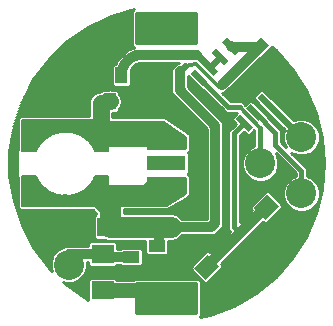
<source format=gtl>
G75*
%MOIN*%
%OFA0B0*%
%FSLAX25Y25*%
%IPPOS*%
%LPD*%
%AMOC8*
5,1,8,0,0,1.08239X$1,22.5*
%
%ADD10C,0.00500*%
%ADD11C,0.00160*%
%ADD12R,0.05000X0.05000*%
%ADD13R,0.12992X0.01969*%
%ADD14R,0.12992X0.05118*%
%ADD15R,0.03937X0.05512*%
%ADD16R,0.06299X0.05512*%
%ADD17C,0.10000*%
%ADD18R,0.05512X0.03937*%
%ADD19R,0.03543X0.06299*%
%ADD20R,0.03543X0.05118*%
%ADD21R,0.02165X0.05906*%
%ADD22R,0.07480X0.06299*%
%ADD23C,0.01000*%
%ADD24R,0.04156X0.04156*%
%ADD25OC8,0.04156*%
%ADD26C,0.05600*%
%ADD27C,0.07000*%
%ADD28C,0.02400*%
%ADD29C,0.03200*%
%ADD30C,0.01200*%
%ADD31C,0.01600*%
%ADD32R,0.03762X0.03762*%
%ADD33C,0.05000*%
D10*
X0059880Y0068630D02*
X0059880Y0078866D01*
X0064407Y0078866D01*
X0064770Y0077609D01*
X0065324Y0076424D01*
X0066058Y0075340D01*
X0066951Y0074384D01*
X0067983Y0073580D01*
X0069129Y0072947D01*
X0070359Y0072501D01*
X0071644Y0072253D01*
X0072951Y0072209D01*
X0074250Y0072370D01*
X0075556Y0072162D01*
X0076879Y0072170D01*
X0078182Y0072396D01*
X0079431Y0072832D01*
X0080591Y0073467D01*
X0081631Y0074284D01*
X0082523Y0075261D01*
X0083243Y0076371D01*
X0083771Y0077583D01*
X0084093Y0078866D01*
X0088620Y0078866D01*
X0088620Y0068630D01*
X0059880Y0068630D01*
X0059880Y0068870D02*
X0088620Y0068870D01*
X0088620Y0069369D02*
X0059880Y0069369D01*
X0059880Y0069868D02*
X0088620Y0069868D01*
X0088620Y0070366D02*
X0059880Y0070366D01*
X0059880Y0070865D02*
X0088620Y0070865D01*
X0088620Y0071363D02*
X0059880Y0071363D01*
X0059880Y0071862D02*
X0088620Y0071862D01*
X0088620Y0072360D02*
X0077975Y0072360D01*
X0079479Y0072859D02*
X0088620Y0072859D01*
X0088620Y0073357D02*
X0080389Y0073357D01*
X0081085Y0073856D02*
X0088620Y0073856D01*
X0088620Y0074354D02*
X0081694Y0074354D01*
X0082150Y0074853D02*
X0088620Y0074853D01*
X0088620Y0075351D02*
X0082581Y0075351D01*
X0082905Y0075850D02*
X0088620Y0075850D01*
X0088620Y0076348D02*
X0083228Y0076348D01*
X0083450Y0076847D02*
X0088620Y0076847D01*
X0088620Y0077345D02*
X0083667Y0077345D01*
X0083836Y0077844D02*
X0088620Y0077844D01*
X0088620Y0078342D02*
X0083961Y0078342D01*
X0084086Y0078841D02*
X0088620Y0078841D01*
X0088620Y0087134D02*
X0084093Y0087134D01*
X0083730Y0088391D01*
X0083176Y0089576D01*
X0082442Y0090660D01*
X0081549Y0091616D01*
X0080517Y0092420D01*
X0079371Y0093053D01*
X0078141Y0093499D01*
X0076856Y0093747D01*
X0075549Y0093791D01*
X0074250Y0093630D01*
X0072944Y0093838D01*
X0071621Y0093830D01*
X0070318Y0093604D01*
X0069069Y0093168D01*
X0067909Y0092533D01*
X0066869Y0091716D01*
X0065977Y0090739D01*
X0065257Y0089629D01*
X0064729Y0088417D01*
X0064407Y0087134D01*
X0059880Y0087134D01*
X0059880Y0097370D01*
X0088620Y0097370D01*
X0088620Y0087134D01*
X0088620Y0087315D02*
X0084040Y0087315D01*
X0083897Y0087814D02*
X0088620Y0087814D01*
X0088620Y0088312D02*
X0083753Y0088312D01*
X0083534Y0088811D02*
X0088620Y0088811D01*
X0088620Y0089309D02*
X0083301Y0089309D01*
X0083019Y0089808D02*
X0088620Y0089808D01*
X0088620Y0090306D02*
X0082682Y0090306D01*
X0082307Y0090805D02*
X0088620Y0090805D01*
X0088620Y0091303D02*
X0081841Y0091303D01*
X0081310Y0091802D02*
X0088620Y0091802D01*
X0088620Y0092301D02*
X0080670Y0092301D01*
X0079831Y0092799D02*
X0088620Y0092799D01*
X0088620Y0093298D02*
X0078697Y0093298D01*
X0073209Y0093796D02*
X0088620Y0093796D01*
X0088620Y0094295D02*
X0059880Y0094295D01*
X0059880Y0094793D02*
X0088620Y0094793D01*
X0088620Y0095292D02*
X0059880Y0095292D01*
X0059880Y0095790D02*
X0088620Y0095790D01*
X0088620Y0096289D02*
X0059880Y0096289D01*
X0059880Y0096787D02*
X0088620Y0096787D01*
X0088620Y0097286D02*
X0059880Y0097286D01*
X0059880Y0093796D02*
X0071427Y0093796D01*
X0069441Y0093298D02*
X0059880Y0093298D01*
X0059880Y0092799D02*
X0068396Y0092799D01*
X0067614Y0092301D02*
X0059880Y0092301D01*
X0059880Y0091802D02*
X0066979Y0091802D01*
X0066493Y0091303D02*
X0059880Y0091303D01*
X0059880Y0090805D02*
X0066037Y0090805D01*
X0065697Y0090306D02*
X0059880Y0090306D01*
X0059880Y0089808D02*
X0065373Y0089808D01*
X0065118Y0089309D02*
X0059880Y0089309D01*
X0059880Y0088811D02*
X0064901Y0088811D01*
X0064703Y0088312D02*
X0059880Y0088312D01*
X0059880Y0087814D02*
X0064578Y0087814D01*
X0064453Y0087315D02*
X0059880Y0087315D01*
X0059880Y0078841D02*
X0064415Y0078841D01*
X0064558Y0078342D02*
X0059880Y0078342D01*
X0059880Y0077844D02*
X0064702Y0077844D01*
X0064893Y0077345D02*
X0059880Y0077345D01*
X0059880Y0076847D02*
X0065126Y0076847D01*
X0065375Y0076348D02*
X0059880Y0076348D01*
X0059880Y0075850D02*
X0065713Y0075850D01*
X0066050Y0075351D02*
X0059880Y0075351D01*
X0059880Y0074853D02*
X0066513Y0074853D01*
X0066989Y0074354D02*
X0059880Y0074354D01*
X0059880Y0073856D02*
X0067629Y0073856D01*
X0068386Y0073357D02*
X0059880Y0073357D01*
X0059880Y0072859D02*
X0069372Y0072859D01*
X0071088Y0072360D02*
X0059880Y0072360D01*
X0074169Y0072360D02*
X0074313Y0072360D01*
D11*
X0085354Y0087643D02*
X0084027Y0087085D01*
X0083922Y0087323D01*
X0083810Y0087558D01*
X0083694Y0087790D01*
X0083571Y0088019D01*
X0083443Y0088245D01*
X0083309Y0088468D01*
X0083170Y0088688D01*
X0083026Y0088904D01*
X0082876Y0089117D01*
X0082722Y0089326D01*
X0082562Y0089531D01*
X0082397Y0089732D01*
X0082228Y0089929D01*
X0082054Y0090122D01*
X0081875Y0090310D01*
X0081691Y0090494D01*
X0081503Y0090674D01*
X0081311Y0090849D01*
X0081114Y0091019D01*
X0080914Y0091184D01*
X0080709Y0091345D01*
X0080501Y0091500D01*
X0080289Y0091650D01*
X0080073Y0091796D01*
X0079854Y0091935D01*
X0079632Y0092070D01*
X0079406Y0092198D01*
X0079177Y0092322D01*
X0078945Y0092440D01*
X0078711Y0092552D01*
X0078474Y0092658D01*
X0078234Y0092758D01*
X0077992Y0092853D01*
X0077747Y0092942D01*
X0077501Y0093024D01*
X0077253Y0093101D01*
X0077002Y0093171D01*
X0076751Y0093236D01*
X0076497Y0093294D01*
X0076243Y0093346D01*
X0075987Y0093392D01*
X0075730Y0093432D01*
X0075472Y0093465D01*
X0075213Y0093492D01*
X0074954Y0093513D01*
X0074695Y0093527D01*
X0074435Y0093535D01*
X0074175Y0093537D01*
X0073915Y0093532D01*
X0073656Y0093521D01*
X0073396Y0093504D01*
X0073137Y0093480D01*
X0072879Y0093450D01*
X0072622Y0093414D01*
X0072365Y0093372D01*
X0072110Y0093323D01*
X0071856Y0093268D01*
X0071603Y0093207D01*
X0071352Y0093140D01*
X0071103Y0093066D01*
X0070855Y0092987D01*
X0070610Y0092901D01*
X0070367Y0092810D01*
X0070125Y0092713D01*
X0069887Y0092610D01*
X0069651Y0092501D01*
X0069418Y0092386D01*
X0069187Y0092266D01*
X0068960Y0092140D01*
X0068736Y0092008D01*
X0068515Y0091872D01*
X0068297Y0091729D01*
X0068083Y0091582D01*
X0067873Y0091429D01*
X0067666Y0091272D01*
X0067463Y0091109D01*
X0067265Y0090941D01*
X0067070Y0090769D01*
X0066880Y0090592D01*
X0066694Y0090410D01*
X0066512Y0090224D01*
X0066336Y0090033D01*
X0066163Y0089839D01*
X0065996Y0089640D01*
X0065834Y0089437D01*
X0065676Y0089230D01*
X0065524Y0089019D01*
X0065377Y0088805D01*
X0065235Y0088587D01*
X0065099Y0088366D01*
X0064967Y0088142D01*
X0064842Y0087914D01*
X0064722Y0087683D01*
X0064608Y0087450D01*
X0064499Y0087214D01*
X0064396Y0086975D01*
X0063063Y0087518D01*
X0063179Y0087790D01*
X0063302Y0088058D01*
X0063432Y0088323D01*
X0063568Y0088585D01*
X0063710Y0088844D01*
X0063859Y0089099D01*
X0064014Y0089351D01*
X0064175Y0089598D01*
X0064342Y0089842D01*
X0064515Y0090081D01*
X0064693Y0090316D01*
X0064878Y0090547D01*
X0065068Y0090773D01*
X0065263Y0090994D01*
X0065464Y0091211D01*
X0065670Y0091422D01*
X0065881Y0091629D01*
X0066097Y0091830D01*
X0066318Y0092026D01*
X0066543Y0092217D01*
X0066773Y0092402D01*
X0067008Y0092581D01*
X0067247Y0092754D01*
X0067490Y0092922D01*
X0067737Y0093084D01*
X0067988Y0093239D01*
X0068243Y0093389D01*
X0068501Y0093532D01*
X0068763Y0093669D01*
X0069028Y0093799D01*
X0069296Y0093923D01*
X0069567Y0094040D01*
X0069841Y0094151D01*
X0070117Y0094255D01*
X0070396Y0094352D01*
X0070677Y0094442D01*
X0070960Y0094525D01*
X0071245Y0094602D01*
X0071532Y0094671D01*
X0071821Y0094734D01*
X0072111Y0094789D01*
X0072402Y0094837D01*
X0072695Y0094879D01*
X0072988Y0094913D01*
X0073282Y0094939D01*
X0073577Y0094959D01*
X0073872Y0094972D01*
X0074167Y0094977D01*
X0074462Y0094975D01*
X0074757Y0094966D01*
X0075052Y0094949D01*
X0075347Y0094926D01*
X0075640Y0094895D01*
X0075933Y0094857D01*
X0076225Y0094812D01*
X0076516Y0094760D01*
X0076805Y0094701D01*
X0077093Y0094635D01*
X0077379Y0094561D01*
X0077663Y0094481D01*
X0077945Y0094394D01*
X0078225Y0094300D01*
X0078502Y0094199D01*
X0078777Y0094092D01*
X0079050Y0093978D01*
X0079319Y0093857D01*
X0079586Y0093729D01*
X0079849Y0093596D01*
X0080109Y0093455D01*
X0080365Y0093309D01*
X0080618Y0093156D01*
X0080867Y0092997D01*
X0081112Y0092832D01*
X0081352Y0092662D01*
X0081589Y0092485D01*
X0081821Y0092303D01*
X0082049Y0092115D01*
X0082272Y0091921D01*
X0082490Y0091722D01*
X0082704Y0091518D01*
X0082912Y0091309D01*
X0083115Y0091095D01*
X0083313Y0090875D01*
X0083505Y0090651D01*
X0083692Y0090423D01*
X0083874Y0090190D01*
X0084049Y0089952D01*
X0084219Y0089711D01*
X0084383Y0089465D01*
X0084540Y0089215D01*
X0084692Y0088962D01*
X0084837Y0088705D01*
X0084976Y0088444D01*
X0085109Y0088181D01*
X0085235Y0087914D01*
X0085355Y0087644D01*
X0085215Y0087585D01*
X0085097Y0087852D01*
X0084973Y0088115D01*
X0084842Y0088376D01*
X0084704Y0088633D01*
X0084561Y0088887D01*
X0084411Y0089137D01*
X0084256Y0089384D01*
X0084094Y0089626D01*
X0083926Y0089865D01*
X0083753Y0090099D01*
X0083574Y0090329D01*
X0083389Y0090555D01*
X0083199Y0090776D01*
X0083004Y0090993D01*
X0082803Y0091204D01*
X0082598Y0091411D01*
X0082387Y0091612D01*
X0082171Y0091809D01*
X0081951Y0092000D01*
X0081726Y0092185D01*
X0081497Y0092365D01*
X0081263Y0092540D01*
X0081025Y0092708D01*
X0080783Y0092871D01*
X0080538Y0093028D01*
X0080288Y0093179D01*
X0080035Y0093324D01*
X0079778Y0093462D01*
X0079518Y0093594D01*
X0079255Y0093720D01*
X0078989Y0093839D01*
X0078720Y0093952D01*
X0078449Y0094058D01*
X0078175Y0094158D01*
X0077898Y0094250D01*
X0077620Y0094336D01*
X0077339Y0094416D01*
X0077057Y0094488D01*
X0076773Y0094553D01*
X0076487Y0094612D01*
X0076200Y0094663D01*
X0075912Y0094708D01*
X0075623Y0094745D01*
X0075333Y0094775D01*
X0075042Y0094799D01*
X0074751Y0094815D01*
X0074459Y0094824D01*
X0074168Y0094826D01*
X0073876Y0094821D01*
X0073585Y0094808D01*
X0073294Y0094789D01*
X0073004Y0094762D01*
X0072714Y0094729D01*
X0072425Y0094688D01*
X0072138Y0094640D01*
X0071851Y0094586D01*
X0071566Y0094524D01*
X0071283Y0094456D01*
X0071001Y0094380D01*
X0070722Y0094298D01*
X0070444Y0094209D01*
X0070169Y0094113D01*
X0069896Y0094010D01*
X0069625Y0093901D01*
X0069358Y0093785D01*
X0069093Y0093663D01*
X0068832Y0093534D01*
X0068573Y0093399D01*
X0068318Y0093258D01*
X0068067Y0093110D01*
X0067819Y0092957D01*
X0067575Y0092797D01*
X0067335Y0092632D01*
X0067099Y0092460D01*
X0066867Y0092283D01*
X0066640Y0092101D01*
X0066417Y0091912D01*
X0066199Y0091719D01*
X0065986Y0091520D01*
X0065777Y0091316D01*
X0065574Y0091107D01*
X0065376Y0090894D01*
X0065183Y0090675D01*
X0064995Y0090452D01*
X0064813Y0090224D01*
X0064637Y0089992D01*
X0064466Y0089755D01*
X0064301Y0089515D01*
X0064142Y0089271D01*
X0063989Y0089022D01*
X0063842Y0088770D01*
X0063702Y0088515D01*
X0063567Y0088256D01*
X0063439Y0087994D01*
X0063318Y0087729D01*
X0063202Y0087461D01*
X0063342Y0087404D01*
X0063456Y0087669D01*
X0063576Y0087931D01*
X0063702Y0088189D01*
X0063835Y0088445D01*
X0063974Y0088697D01*
X0064119Y0088945D01*
X0064270Y0089190D01*
X0064427Y0089432D01*
X0064590Y0089669D01*
X0064758Y0089903D01*
X0064933Y0090132D01*
X0065112Y0090357D01*
X0065298Y0090577D01*
X0065488Y0090793D01*
X0065684Y0091004D01*
X0065885Y0091210D01*
X0066090Y0091411D01*
X0066301Y0091608D01*
X0066516Y0091799D01*
X0066736Y0091984D01*
X0066961Y0092165D01*
X0067189Y0092339D01*
X0067422Y0092509D01*
X0067659Y0092672D01*
X0067900Y0092830D01*
X0068145Y0092981D01*
X0068393Y0093127D01*
X0068645Y0093266D01*
X0068900Y0093400D01*
X0069158Y0093527D01*
X0069420Y0093647D01*
X0069684Y0093762D01*
X0069951Y0093869D01*
X0070220Y0093971D01*
X0070492Y0094065D01*
X0070766Y0094153D01*
X0071042Y0094235D01*
X0071321Y0094309D01*
X0071600Y0094377D01*
X0071882Y0094438D01*
X0072164Y0094492D01*
X0072448Y0094539D01*
X0072733Y0094579D01*
X0073019Y0094612D01*
X0073306Y0094638D01*
X0073593Y0094658D01*
X0073881Y0094670D01*
X0074169Y0094675D01*
X0074457Y0094673D01*
X0074744Y0094664D01*
X0075032Y0094648D01*
X0075319Y0094625D01*
X0075605Y0094595D01*
X0075890Y0094558D01*
X0076175Y0094514D01*
X0076458Y0094464D01*
X0076740Y0094406D01*
X0077021Y0094341D01*
X0077300Y0094270D01*
X0077577Y0094192D01*
X0077852Y0094107D01*
X0078125Y0094015D01*
X0078395Y0093917D01*
X0078663Y0093812D01*
X0078929Y0093701D01*
X0079192Y0093583D01*
X0079451Y0093459D01*
X0079708Y0093328D01*
X0079961Y0093192D01*
X0080211Y0093049D01*
X0080458Y0092900D01*
X0080700Y0092745D01*
X0080939Y0092585D01*
X0081174Y0092418D01*
X0081405Y0092246D01*
X0081631Y0092068D01*
X0081853Y0091885D01*
X0082071Y0091696D01*
X0082283Y0091502D01*
X0082491Y0091303D01*
X0082694Y0091099D01*
X0082893Y0090891D01*
X0083085Y0090677D01*
X0083273Y0090459D01*
X0083455Y0090236D01*
X0083632Y0090009D01*
X0083803Y0089777D01*
X0083969Y0089542D01*
X0084128Y0089302D01*
X0084282Y0089059D01*
X0084430Y0088812D01*
X0084572Y0088561D01*
X0084707Y0088307D01*
X0084837Y0088050D01*
X0084960Y0087790D01*
X0085076Y0087527D01*
X0084937Y0087468D01*
X0084822Y0087728D01*
X0084700Y0087985D01*
X0084573Y0088239D01*
X0084439Y0088489D01*
X0084299Y0088737D01*
X0084153Y0088980D01*
X0084001Y0089221D01*
X0083844Y0089457D01*
X0083680Y0089690D01*
X0083511Y0089918D01*
X0083337Y0090142D01*
X0083157Y0090362D01*
X0082972Y0090578D01*
X0082781Y0090789D01*
X0082586Y0090995D01*
X0082385Y0091196D01*
X0082180Y0091392D01*
X0081970Y0091584D01*
X0081755Y0091770D01*
X0081536Y0091951D01*
X0081312Y0092126D01*
X0081085Y0092296D01*
X0080853Y0092461D01*
X0080617Y0092619D01*
X0080377Y0092772D01*
X0080134Y0092919D01*
X0079888Y0093060D01*
X0079637Y0093195D01*
X0079384Y0093324D01*
X0079128Y0093446D01*
X0078868Y0093562D01*
X0078606Y0093672D01*
X0078342Y0093776D01*
X0078075Y0093873D01*
X0077805Y0093963D01*
X0077534Y0094047D01*
X0077260Y0094124D01*
X0076985Y0094195D01*
X0076708Y0094258D01*
X0076430Y0094315D01*
X0076150Y0094365D01*
X0075869Y0094409D01*
X0075587Y0094445D01*
X0075305Y0094475D01*
X0075021Y0094497D01*
X0074738Y0094513D01*
X0074454Y0094522D01*
X0074170Y0094524D01*
X0073885Y0094519D01*
X0073602Y0094507D01*
X0073318Y0094488D01*
X0073035Y0094462D01*
X0072753Y0094429D01*
X0072471Y0094390D01*
X0072191Y0094343D01*
X0071912Y0094290D01*
X0071634Y0094230D01*
X0071358Y0094163D01*
X0071084Y0094089D01*
X0070811Y0094009D01*
X0070540Y0093922D01*
X0070272Y0093829D01*
X0070006Y0093729D01*
X0069743Y0093622D01*
X0069482Y0093510D01*
X0069224Y0093391D01*
X0068969Y0093265D01*
X0068717Y0093134D01*
X0068468Y0092996D01*
X0068223Y0092852D01*
X0067982Y0092702D01*
X0067744Y0092547D01*
X0067510Y0092386D01*
X0067280Y0092219D01*
X0067054Y0092046D01*
X0066833Y0091868D01*
X0066616Y0091685D01*
X0066403Y0091496D01*
X0066195Y0091303D01*
X0065992Y0091104D01*
X0065794Y0090900D01*
X0065600Y0090692D01*
X0065412Y0090479D01*
X0065230Y0090261D01*
X0065052Y0090040D01*
X0064880Y0089813D01*
X0064714Y0089583D01*
X0064553Y0089349D01*
X0064398Y0089110D01*
X0064249Y0088869D01*
X0064106Y0088623D01*
X0063969Y0088374D01*
X0063838Y0088122D01*
X0063713Y0087867D01*
X0063594Y0087609D01*
X0063482Y0087347D01*
X0063622Y0087290D01*
X0063733Y0087548D01*
X0063850Y0087803D01*
X0063973Y0088055D01*
X0064102Y0088304D01*
X0064238Y0088549D01*
X0064379Y0088792D01*
X0064526Y0089030D01*
X0064679Y0089265D01*
X0064838Y0089497D01*
X0065002Y0089724D01*
X0065172Y0089947D01*
X0065347Y0090166D01*
X0065527Y0090381D01*
X0065713Y0090591D01*
X0065904Y0090797D01*
X0066099Y0090998D01*
X0066300Y0091194D01*
X0066505Y0091385D01*
X0066715Y0091571D01*
X0066929Y0091752D01*
X0067148Y0091928D01*
X0067371Y0092098D01*
X0067598Y0092263D01*
X0067829Y0092422D01*
X0068063Y0092575D01*
X0068302Y0092723D01*
X0068544Y0092865D01*
X0068789Y0093001D01*
X0069038Y0093131D01*
X0069289Y0093254D01*
X0069544Y0093372D01*
X0069801Y0093483D01*
X0070061Y0093588D01*
X0070324Y0093687D01*
X0070589Y0093779D01*
X0070856Y0093865D01*
X0071125Y0093944D01*
X0071396Y0094017D01*
X0071668Y0094083D01*
X0071942Y0094142D01*
X0072218Y0094195D01*
X0072494Y0094240D01*
X0072772Y0094280D01*
X0073051Y0094312D01*
X0073330Y0094337D01*
X0073610Y0094356D01*
X0073890Y0094368D01*
X0074170Y0094373D01*
X0074451Y0094371D01*
X0074731Y0094362D01*
X0075011Y0094347D01*
X0075291Y0094324D01*
X0075570Y0094295D01*
X0075848Y0094259D01*
X0076125Y0094217D01*
X0076401Y0094167D01*
X0076676Y0094111D01*
X0076949Y0094048D01*
X0077221Y0093978D01*
X0077491Y0093902D01*
X0077759Y0093819D01*
X0078025Y0093730D01*
X0078288Y0093635D01*
X0078549Y0093532D01*
X0078808Y0093424D01*
X0079064Y0093309D01*
X0079317Y0093188D01*
X0079567Y0093061D01*
X0079814Y0092928D01*
X0080057Y0092789D01*
X0080297Y0092644D01*
X0080534Y0092493D01*
X0080767Y0092337D01*
X0080995Y0092174D01*
X0081220Y0092007D01*
X0081441Y0091834D01*
X0081657Y0091655D01*
X0081869Y0091471D01*
X0082076Y0091283D01*
X0082279Y0091089D01*
X0082477Y0090890D01*
X0082670Y0090687D01*
X0082858Y0090478D01*
X0083041Y0090266D01*
X0083218Y0090049D01*
X0083391Y0089827D01*
X0083557Y0089602D01*
X0083719Y0089372D01*
X0083874Y0089139D01*
X0084024Y0088902D01*
X0084168Y0088661D01*
X0084306Y0088417D01*
X0084438Y0088170D01*
X0084564Y0087919D01*
X0084684Y0087666D01*
X0084798Y0087409D01*
X0084659Y0087351D01*
X0084546Y0087604D01*
X0084428Y0087854D01*
X0084304Y0088101D01*
X0084173Y0088345D01*
X0084037Y0088586D01*
X0083895Y0088824D01*
X0083747Y0089058D01*
X0083593Y0089288D01*
X0083434Y0089514D01*
X0083270Y0089737D01*
X0083100Y0089955D01*
X0082924Y0090169D01*
X0082744Y0090379D01*
X0082559Y0090585D01*
X0082368Y0090785D01*
X0082173Y0090981D01*
X0081973Y0091173D01*
X0081768Y0091359D01*
X0081559Y0091540D01*
X0081346Y0091716D01*
X0081128Y0091887D01*
X0080906Y0092053D01*
X0080680Y0092213D01*
X0080451Y0092367D01*
X0080217Y0092516D01*
X0079980Y0092659D01*
X0079740Y0092796D01*
X0079497Y0092928D01*
X0079250Y0093053D01*
X0079000Y0093172D01*
X0078748Y0093286D01*
X0078492Y0093393D01*
X0078235Y0093493D01*
X0077975Y0093588D01*
X0077712Y0093676D01*
X0077448Y0093757D01*
X0077181Y0093833D01*
X0076913Y0093901D01*
X0076644Y0093963D01*
X0076372Y0094019D01*
X0076100Y0094068D01*
X0075827Y0094110D01*
X0075552Y0094145D01*
X0075277Y0094174D01*
X0075001Y0094196D01*
X0074725Y0094211D01*
X0074448Y0094220D01*
X0074171Y0094222D01*
X0073895Y0094217D01*
X0073618Y0094205D01*
X0073342Y0094187D01*
X0073066Y0094162D01*
X0072791Y0094130D01*
X0072517Y0094091D01*
X0072244Y0094046D01*
X0071973Y0093994D01*
X0071702Y0093936D01*
X0071433Y0093870D01*
X0071166Y0093799D01*
X0070900Y0093721D01*
X0070637Y0093636D01*
X0070375Y0093545D01*
X0070116Y0093448D01*
X0069860Y0093344D01*
X0069606Y0093234D01*
X0069355Y0093118D01*
X0069106Y0092996D01*
X0068861Y0092868D01*
X0068619Y0092734D01*
X0068380Y0092594D01*
X0068145Y0092448D01*
X0067913Y0092297D01*
X0067685Y0092140D01*
X0067461Y0091977D01*
X0067241Y0091809D01*
X0067026Y0091636D01*
X0066814Y0091457D01*
X0066607Y0091274D01*
X0066405Y0091085D01*
X0066207Y0090892D01*
X0066014Y0090693D01*
X0065825Y0090491D01*
X0065642Y0090283D01*
X0065464Y0090071D01*
X0065291Y0089855D01*
X0065124Y0089635D01*
X0064962Y0089410D01*
X0064805Y0089182D01*
X0064654Y0088950D01*
X0064509Y0088715D01*
X0064369Y0088476D01*
X0064236Y0088233D01*
X0064108Y0087988D01*
X0063987Y0087739D01*
X0063871Y0087488D01*
X0063762Y0087234D01*
X0063902Y0087177D01*
X0064010Y0087427D01*
X0064124Y0087675D01*
X0064244Y0087921D01*
X0064369Y0088163D01*
X0064501Y0088402D01*
X0064639Y0088638D01*
X0064782Y0088870D01*
X0064931Y0089099D01*
X0065086Y0089324D01*
X0065246Y0089546D01*
X0065411Y0089763D01*
X0065581Y0089976D01*
X0065757Y0090185D01*
X0065938Y0090390D01*
X0066124Y0090590D01*
X0066314Y0090786D01*
X0066509Y0090976D01*
X0066709Y0091162D01*
X0066913Y0091344D01*
X0067122Y0091520D01*
X0067335Y0091691D01*
X0067552Y0091856D01*
X0067773Y0092017D01*
X0067998Y0092172D01*
X0068226Y0092321D01*
X0068458Y0092465D01*
X0068694Y0092603D01*
X0068933Y0092735D01*
X0069175Y0092862D01*
X0069420Y0092982D01*
X0069668Y0093097D01*
X0069918Y0093205D01*
X0070172Y0093307D01*
X0070427Y0093403D01*
X0070685Y0093493D01*
X0070945Y0093576D01*
X0071207Y0093654D01*
X0071471Y0093724D01*
X0071736Y0093788D01*
X0072003Y0093846D01*
X0072271Y0093897D01*
X0072540Y0093942D01*
X0072811Y0093980D01*
X0073082Y0094011D01*
X0073354Y0094036D01*
X0073626Y0094054D01*
X0073899Y0094066D01*
X0074172Y0094071D01*
X0074445Y0094069D01*
X0074718Y0094061D01*
X0074991Y0094045D01*
X0075263Y0094024D01*
X0075534Y0093995D01*
X0075805Y0093960D01*
X0076075Y0093919D01*
X0076344Y0093871D01*
X0076611Y0093816D01*
X0076877Y0093755D01*
X0077142Y0093687D01*
X0077405Y0093613D01*
X0077666Y0093532D01*
X0077924Y0093445D01*
X0078181Y0093352D01*
X0078435Y0093253D01*
X0078687Y0093147D01*
X0078936Y0093036D01*
X0079183Y0092918D01*
X0079426Y0092794D01*
X0079666Y0092665D01*
X0079904Y0092529D01*
X0080137Y0092388D01*
X0080367Y0092241D01*
X0080594Y0092089D01*
X0080817Y0091931D01*
X0081036Y0091768D01*
X0081250Y0091599D01*
X0081461Y0091425D01*
X0081667Y0091247D01*
X0081869Y0091063D01*
X0082067Y0090874D01*
X0082259Y0090681D01*
X0082447Y0090482D01*
X0082630Y0090280D01*
X0082808Y0090073D01*
X0082981Y0089862D01*
X0083149Y0089646D01*
X0083311Y0089427D01*
X0083468Y0089203D01*
X0083620Y0088976D01*
X0083766Y0088745D01*
X0083906Y0088511D01*
X0084041Y0088273D01*
X0084169Y0088033D01*
X0084292Y0087789D01*
X0084409Y0087542D01*
X0084519Y0087292D01*
X0084380Y0087234D01*
X0084271Y0087480D01*
X0084156Y0087723D01*
X0084035Y0087964D01*
X0083908Y0088202D01*
X0083775Y0088436D01*
X0083637Y0088667D01*
X0083493Y0088895D01*
X0083343Y0089119D01*
X0083188Y0089339D01*
X0083028Y0089556D01*
X0082863Y0089768D01*
X0082692Y0089976D01*
X0082516Y0090181D01*
X0082336Y0090380D01*
X0082151Y0090576D01*
X0081960Y0090767D01*
X0081766Y0090953D01*
X0081567Y0091134D01*
X0081363Y0091310D01*
X0081155Y0091482D01*
X0080943Y0091648D01*
X0080727Y0091809D01*
X0080508Y0091965D01*
X0080284Y0092115D01*
X0080057Y0092260D01*
X0079827Y0092399D01*
X0079593Y0092533D01*
X0079356Y0092661D01*
X0079116Y0092783D01*
X0078873Y0092899D01*
X0078627Y0093009D01*
X0078378Y0093113D01*
X0078128Y0093211D01*
X0077874Y0093303D01*
X0077619Y0093389D01*
X0077362Y0093468D01*
X0077102Y0093541D01*
X0076842Y0093608D01*
X0076579Y0093668D01*
X0076315Y0093722D01*
X0076050Y0093770D01*
X0075784Y0093811D01*
X0075517Y0093845D01*
X0075249Y0093873D01*
X0074980Y0093895D01*
X0074712Y0093910D01*
X0074442Y0093918D01*
X0074173Y0093920D01*
X0073904Y0093915D01*
X0073635Y0093904D01*
X0073366Y0093886D01*
X0073098Y0093861D01*
X0072830Y0093830D01*
X0072563Y0093793D01*
X0072298Y0093749D01*
X0072033Y0093698D01*
X0071770Y0093641D01*
X0071508Y0093578D01*
X0071248Y0093508D01*
X0070990Y0093432D01*
X0070733Y0093350D01*
X0070479Y0093261D01*
X0070227Y0093167D01*
X0069977Y0093066D01*
X0069730Y0092959D01*
X0069485Y0092846D01*
X0069243Y0092727D01*
X0069005Y0092602D01*
X0068769Y0092472D01*
X0068537Y0092336D01*
X0068308Y0092194D01*
X0068082Y0092047D01*
X0067861Y0091894D01*
X0067643Y0091736D01*
X0067429Y0091572D01*
X0067219Y0091404D01*
X0067013Y0091230D01*
X0066811Y0091051D01*
X0066614Y0090868D01*
X0066421Y0090679D01*
X0066234Y0090486D01*
X0066050Y0090289D01*
X0065872Y0090087D01*
X0065699Y0089881D01*
X0065530Y0089671D01*
X0065367Y0089456D01*
X0065210Y0089238D01*
X0065057Y0089016D01*
X0064910Y0088790D01*
X0064769Y0088561D01*
X0064633Y0088328D01*
X0064503Y0088093D01*
X0064379Y0087854D01*
X0064260Y0087612D01*
X0064148Y0087367D01*
X0064041Y0087120D01*
X0064181Y0087063D01*
X0064286Y0087307D01*
X0064397Y0087548D01*
X0064514Y0087786D01*
X0064637Y0088022D01*
X0064765Y0088255D01*
X0064899Y0088484D01*
X0065038Y0088710D01*
X0065183Y0088933D01*
X0065334Y0089152D01*
X0065489Y0089367D01*
X0065650Y0089578D01*
X0065816Y0089786D01*
X0065987Y0089989D01*
X0066163Y0090188D01*
X0066343Y0090383D01*
X0066529Y0090573D01*
X0066719Y0090759D01*
X0066913Y0090940D01*
X0067112Y0091116D01*
X0067315Y0091287D01*
X0067522Y0091454D01*
X0067733Y0091615D01*
X0067948Y0091771D01*
X0068167Y0091922D01*
X0068389Y0092067D01*
X0068615Y0092207D01*
X0068844Y0092341D01*
X0069077Y0092470D01*
X0069312Y0092593D01*
X0069551Y0092710D01*
X0069792Y0092821D01*
X0070035Y0092927D01*
X0070282Y0093026D01*
X0070530Y0093119D01*
X0070781Y0093207D01*
X0071034Y0093288D01*
X0071289Y0093363D01*
X0071546Y0093432D01*
X0071804Y0093494D01*
X0072063Y0093550D01*
X0072324Y0093600D01*
X0072586Y0093643D01*
X0072849Y0093680D01*
X0073113Y0093711D01*
X0073378Y0093735D01*
X0073643Y0093753D01*
X0073908Y0093764D01*
X0074174Y0093769D01*
X0074439Y0093767D01*
X0074705Y0093759D01*
X0074970Y0093744D01*
X0075235Y0093723D01*
X0075499Y0093695D01*
X0075763Y0093661D01*
X0076025Y0093621D01*
X0076287Y0093574D01*
X0076547Y0093521D01*
X0076806Y0093461D01*
X0077063Y0093395D01*
X0077319Y0093323D01*
X0077572Y0093245D01*
X0077824Y0093160D01*
X0078074Y0093070D01*
X0078321Y0092973D01*
X0078566Y0092870D01*
X0078809Y0092762D01*
X0079048Y0092647D01*
X0079285Y0092527D01*
X0079519Y0092401D01*
X0079750Y0092269D01*
X0079977Y0092132D01*
X0080201Y0091989D01*
X0080421Y0091841D01*
X0080638Y0091687D01*
X0080851Y0091529D01*
X0081060Y0091365D01*
X0081265Y0091196D01*
X0081466Y0091022D01*
X0081662Y0090843D01*
X0081854Y0090659D01*
X0082042Y0090471D01*
X0082225Y0090278D01*
X0082403Y0090081D01*
X0082576Y0089880D01*
X0082744Y0089674D01*
X0082907Y0089465D01*
X0083065Y0089251D01*
X0083218Y0089034D01*
X0083366Y0088813D01*
X0083508Y0088589D01*
X0083644Y0088361D01*
X0083775Y0088130D01*
X0083900Y0087895D01*
X0084020Y0087658D01*
X0084133Y0087418D01*
X0084241Y0087175D01*
X0084102Y0087117D01*
X0083996Y0087356D01*
X0083884Y0087593D01*
X0083766Y0087827D01*
X0083642Y0088058D01*
X0083513Y0088286D01*
X0083379Y0088510D01*
X0083238Y0088732D01*
X0083093Y0088950D01*
X0082942Y0089164D01*
X0082787Y0089374D01*
X0082626Y0089581D01*
X0082460Y0089784D01*
X0082289Y0089982D01*
X0082113Y0090176D01*
X0081933Y0090366D01*
X0081748Y0090552D01*
X0081559Y0090733D01*
X0081365Y0090909D01*
X0081167Y0091081D01*
X0080965Y0091247D01*
X0080759Y0091409D01*
X0080549Y0091566D01*
X0080335Y0091717D01*
X0080118Y0091863D01*
X0079897Y0092004D01*
X0079673Y0092139D01*
X0079445Y0092269D01*
X0079215Y0092393D01*
X0078981Y0092512D01*
X0078745Y0092625D01*
X0078506Y0092732D01*
X0078264Y0092833D01*
X0078020Y0092929D01*
X0077774Y0093018D01*
X0077526Y0093101D01*
X0077276Y0093179D01*
X0077024Y0093250D01*
X0076770Y0093315D01*
X0076515Y0093373D01*
X0076258Y0093426D01*
X0076000Y0093472D01*
X0075741Y0093512D01*
X0075481Y0093545D01*
X0075221Y0093573D01*
X0074960Y0093594D01*
X0074698Y0093608D01*
X0074437Y0093616D01*
X0074175Y0093618D01*
X0073913Y0093613D01*
X0073651Y0093602D01*
X0073390Y0093585D01*
X0073129Y0093561D01*
X0072869Y0093531D01*
X0072609Y0093494D01*
X0072351Y0093451D01*
X0072094Y0093402D01*
X0071838Y0093347D01*
X0071583Y0093285D01*
X0071330Y0093218D01*
X0071079Y0093144D01*
X0070829Y0093064D01*
X0070582Y0092978D01*
X0070337Y0092885D01*
X0070094Y0092787D01*
X0069854Y0092683D01*
X0069616Y0092574D01*
X0069381Y0092458D01*
X0069149Y0092337D01*
X0068919Y0092210D01*
X0068694Y0092078D01*
X0068471Y0091940D01*
X0068252Y0091796D01*
X0068036Y0091648D01*
X0067824Y0091494D01*
X0067616Y0091335D01*
X0067411Y0091171D01*
X0067211Y0091002D01*
X0067015Y0090829D01*
X0066824Y0090650D01*
X0066636Y0090467D01*
X0066453Y0090279D01*
X0066275Y0090087D01*
X0066102Y0089891D01*
X0065933Y0089691D01*
X0065770Y0089486D01*
X0065611Y0089278D01*
X0065458Y0089066D01*
X0065309Y0088850D01*
X0065166Y0088630D01*
X0065029Y0088407D01*
X0064897Y0088181D01*
X0064770Y0087952D01*
X0064649Y0087719D01*
X0064534Y0087484D01*
X0064425Y0087246D01*
X0064321Y0087006D01*
X0063146Y0078357D02*
X0064473Y0078915D01*
X0064578Y0078677D01*
X0064690Y0078442D01*
X0064806Y0078210D01*
X0064929Y0077981D01*
X0065057Y0077755D01*
X0065191Y0077532D01*
X0065330Y0077312D01*
X0065474Y0077096D01*
X0065624Y0076883D01*
X0065778Y0076674D01*
X0065938Y0076469D01*
X0066103Y0076268D01*
X0066272Y0076071D01*
X0066446Y0075878D01*
X0066625Y0075690D01*
X0066809Y0075506D01*
X0066997Y0075326D01*
X0067189Y0075151D01*
X0067386Y0074981D01*
X0067586Y0074816D01*
X0067791Y0074655D01*
X0067999Y0074500D01*
X0068211Y0074350D01*
X0068427Y0074204D01*
X0068646Y0074065D01*
X0068868Y0073930D01*
X0069094Y0073802D01*
X0069323Y0073678D01*
X0069555Y0073560D01*
X0069789Y0073448D01*
X0070026Y0073342D01*
X0070266Y0073242D01*
X0070508Y0073147D01*
X0070753Y0073058D01*
X0070999Y0072976D01*
X0071247Y0072899D01*
X0071498Y0072829D01*
X0071749Y0072764D01*
X0072003Y0072706D01*
X0072257Y0072654D01*
X0072513Y0072608D01*
X0072770Y0072568D01*
X0073028Y0072535D01*
X0073287Y0072508D01*
X0073546Y0072487D01*
X0073805Y0072473D01*
X0074065Y0072465D01*
X0074325Y0072463D01*
X0074585Y0072468D01*
X0074844Y0072479D01*
X0075104Y0072496D01*
X0075363Y0072520D01*
X0075621Y0072550D01*
X0075878Y0072586D01*
X0076135Y0072628D01*
X0076390Y0072677D01*
X0076644Y0072732D01*
X0076897Y0072793D01*
X0077148Y0072860D01*
X0077397Y0072934D01*
X0077645Y0073013D01*
X0077890Y0073099D01*
X0078133Y0073190D01*
X0078375Y0073287D01*
X0078613Y0073390D01*
X0078849Y0073499D01*
X0079082Y0073614D01*
X0079313Y0073734D01*
X0079540Y0073860D01*
X0079764Y0073992D01*
X0079985Y0074128D01*
X0080203Y0074271D01*
X0080417Y0074418D01*
X0080627Y0074571D01*
X0080834Y0074728D01*
X0081037Y0074891D01*
X0081235Y0075059D01*
X0081430Y0075231D01*
X0081620Y0075408D01*
X0081806Y0075590D01*
X0081988Y0075776D01*
X0082164Y0075967D01*
X0082337Y0076161D01*
X0082504Y0076360D01*
X0082666Y0076563D01*
X0082824Y0076770D01*
X0082976Y0076981D01*
X0083123Y0077195D01*
X0083265Y0077413D01*
X0083401Y0077634D01*
X0083533Y0077858D01*
X0083658Y0078086D01*
X0083778Y0078317D01*
X0083892Y0078550D01*
X0084001Y0078786D01*
X0084104Y0079025D01*
X0085437Y0078482D01*
X0085321Y0078210D01*
X0085198Y0077942D01*
X0085068Y0077677D01*
X0084932Y0077415D01*
X0084790Y0077156D01*
X0084641Y0076901D01*
X0084486Y0076649D01*
X0084325Y0076402D01*
X0084158Y0076158D01*
X0083985Y0075919D01*
X0083807Y0075684D01*
X0083622Y0075453D01*
X0083432Y0075227D01*
X0083237Y0075006D01*
X0083036Y0074789D01*
X0082830Y0074578D01*
X0082619Y0074371D01*
X0082403Y0074170D01*
X0082182Y0073974D01*
X0081957Y0073783D01*
X0081727Y0073598D01*
X0081492Y0073419D01*
X0081253Y0073246D01*
X0081010Y0073078D01*
X0080763Y0072916D01*
X0080512Y0072761D01*
X0080257Y0072611D01*
X0079999Y0072468D01*
X0079737Y0072331D01*
X0079472Y0072201D01*
X0079204Y0072077D01*
X0078933Y0071960D01*
X0078659Y0071849D01*
X0078383Y0071745D01*
X0078104Y0071648D01*
X0077823Y0071558D01*
X0077540Y0071475D01*
X0077255Y0071398D01*
X0076968Y0071329D01*
X0076679Y0071266D01*
X0076389Y0071211D01*
X0076098Y0071163D01*
X0075805Y0071121D01*
X0075512Y0071087D01*
X0075218Y0071061D01*
X0074923Y0071041D01*
X0074628Y0071028D01*
X0074333Y0071023D01*
X0074038Y0071025D01*
X0073743Y0071034D01*
X0073448Y0071051D01*
X0073153Y0071074D01*
X0072860Y0071105D01*
X0072567Y0071143D01*
X0072275Y0071188D01*
X0071984Y0071240D01*
X0071695Y0071299D01*
X0071407Y0071365D01*
X0071121Y0071439D01*
X0070837Y0071519D01*
X0070555Y0071606D01*
X0070275Y0071700D01*
X0069998Y0071801D01*
X0069723Y0071908D01*
X0069450Y0072022D01*
X0069181Y0072143D01*
X0068914Y0072271D01*
X0068651Y0072404D01*
X0068391Y0072545D01*
X0068135Y0072691D01*
X0067882Y0072844D01*
X0067633Y0073003D01*
X0067388Y0073168D01*
X0067148Y0073338D01*
X0066911Y0073515D01*
X0066679Y0073697D01*
X0066451Y0073885D01*
X0066228Y0074079D01*
X0066010Y0074278D01*
X0065796Y0074482D01*
X0065588Y0074691D01*
X0065385Y0074905D01*
X0065187Y0075125D01*
X0064995Y0075349D01*
X0064808Y0075577D01*
X0064626Y0075810D01*
X0064451Y0076048D01*
X0064281Y0076289D01*
X0064117Y0076535D01*
X0063960Y0076785D01*
X0063808Y0077038D01*
X0063663Y0077295D01*
X0063524Y0077556D01*
X0063391Y0077819D01*
X0063265Y0078086D01*
X0063145Y0078356D01*
X0063285Y0078415D01*
X0063403Y0078148D01*
X0063527Y0077885D01*
X0063658Y0077624D01*
X0063796Y0077367D01*
X0063939Y0077113D01*
X0064089Y0076863D01*
X0064244Y0076616D01*
X0064406Y0076374D01*
X0064574Y0076135D01*
X0064747Y0075901D01*
X0064926Y0075671D01*
X0065111Y0075445D01*
X0065301Y0075224D01*
X0065496Y0075007D01*
X0065697Y0074796D01*
X0065902Y0074589D01*
X0066113Y0074388D01*
X0066329Y0074191D01*
X0066549Y0074000D01*
X0066774Y0073815D01*
X0067003Y0073635D01*
X0067237Y0073460D01*
X0067475Y0073292D01*
X0067717Y0073129D01*
X0067962Y0072972D01*
X0068212Y0072821D01*
X0068465Y0072676D01*
X0068722Y0072538D01*
X0068982Y0072406D01*
X0069245Y0072280D01*
X0069511Y0072161D01*
X0069780Y0072048D01*
X0070051Y0071942D01*
X0070325Y0071842D01*
X0070602Y0071750D01*
X0070880Y0071664D01*
X0071161Y0071584D01*
X0071443Y0071512D01*
X0071727Y0071447D01*
X0072013Y0071388D01*
X0072300Y0071337D01*
X0072588Y0071292D01*
X0072877Y0071255D01*
X0073167Y0071225D01*
X0073458Y0071201D01*
X0073749Y0071185D01*
X0074041Y0071176D01*
X0074332Y0071174D01*
X0074624Y0071179D01*
X0074915Y0071192D01*
X0075206Y0071211D01*
X0075496Y0071238D01*
X0075786Y0071271D01*
X0076075Y0071312D01*
X0076362Y0071360D01*
X0076649Y0071414D01*
X0076934Y0071476D01*
X0077217Y0071544D01*
X0077499Y0071620D01*
X0077778Y0071702D01*
X0078056Y0071791D01*
X0078331Y0071887D01*
X0078604Y0071990D01*
X0078875Y0072099D01*
X0079142Y0072215D01*
X0079407Y0072337D01*
X0079668Y0072466D01*
X0079927Y0072601D01*
X0080182Y0072742D01*
X0080433Y0072890D01*
X0080681Y0073043D01*
X0080925Y0073203D01*
X0081165Y0073368D01*
X0081401Y0073540D01*
X0081633Y0073717D01*
X0081860Y0073899D01*
X0082083Y0074088D01*
X0082301Y0074281D01*
X0082514Y0074480D01*
X0082723Y0074684D01*
X0082926Y0074893D01*
X0083124Y0075106D01*
X0083317Y0075325D01*
X0083505Y0075548D01*
X0083687Y0075776D01*
X0083863Y0076008D01*
X0084034Y0076245D01*
X0084199Y0076485D01*
X0084358Y0076729D01*
X0084511Y0076978D01*
X0084658Y0077230D01*
X0084798Y0077485D01*
X0084933Y0077744D01*
X0085061Y0078006D01*
X0085182Y0078271D01*
X0085298Y0078539D01*
X0085158Y0078596D01*
X0085044Y0078331D01*
X0084924Y0078069D01*
X0084798Y0077811D01*
X0084665Y0077555D01*
X0084526Y0077303D01*
X0084381Y0077055D01*
X0084230Y0076810D01*
X0084073Y0076568D01*
X0083910Y0076331D01*
X0083742Y0076097D01*
X0083567Y0075868D01*
X0083388Y0075643D01*
X0083202Y0075423D01*
X0083012Y0075207D01*
X0082816Y0074996D01*
X0082615Y0074790D01*
X0082410Y0074589D01*
X0082199Y0074392D01*
X0081984Y0074201D01*
X0081764Y0074016D01*
X0081539Y0073835D01*
X0081311Y0073661D01*
X0081078Y0073491D01*
X0080841Y0073328D01*
X0080600Y0073170D01*
X0080355Y0073019D01*
X0080107Y0072873D01*
X0079855Y0072734D01*
X0079600Y0072600D01*
X0079342Y0072473D01*
X0079080Y0072353D01*
X0078816Y0072238D01*
X0078549Y0072131D01*
X0078280Y0072029D01*
X0078008Y0071935D01*
X0077734Y0071847D01*
X0077458Y0071765D01*
X0077179Y0071691D01*
X0076900Y0071623D01*
X0076618Y0071562D01*
X0076336Y0071508D01*
X0076052Y0071461D01*
X0075767Y0071421D01*
X0075481Y0071388D01*
X0075194Y0071362D01*
X0074907Y0071342D01*
X0074619Y0071330D01*
X0074331Y0071325D01*
X0074043Y0071327D01*
X0073756Y0071336D01*
X0073468Y0071352D01*
X0073181Y0071375D01*
X0072895Y0071405D01*
X0072610Y0071442D01*
X0072325Y0071486D01*
X0072042Y0071536D01*
X0071760Y0071594D01*
X0071479Y0071659D01*
X0071200Y0071730D01*
X0070923Y0071808D01*
X0070648Y0071893D01*
X0070375Y0071985D01*
X0070105Y0072083D01*
X0069837Y0072188D01*
X0069571Y0072299D01*
X0069308Y0072417D01*
X0069049Y0072541D01*
X0068792Y0072672D01*
X0068539Y0072808D01*
X0068289Y0072951D01*
X0068042Y0073100D01*
X0067800Y0073255D01*
X0067561Y0073415D01*
X0067326Y0073582D01*
X0067095Y0073754D01*
X0066869Y0073932D01*
X0066647Y0074115D01*
X0066429Y0074304D01*
X0066217Y0074498D01*
X0066009Y0074697D01*
X0065806Y0074901D01*
X0065607Y0075109D01*
X0065415Y0075323D01*
X0065227Y0075541D01*
X0065045Y0075764D01*
X0064868Y0075991D01*
X0064697Y0076223D01*
X0064531Y0076458D01*
X0064372Y0076698D01*
X0064218Y0076941D01*
X0064070Y0077188D01*
X0063928Y0077439D01*
X0063793Y0077693D01*
X0063663Y0077950D01*
X0063540Y0078210D01*
X0063424Y0078473D01*
X0063563Y0078532D01*
X0063678Y0078272D01*
X0063800Y0078015D01*
X0063927Y0077761D01*
X0064061Y0077511D01*
X0064201Y0077263D01*
X0064347Y0077020D01*
X0064499Y0076779D01*
X0064656Y0076543D01*
X0064820Y0076310D01*
X0064989Y0076082D01*
X0065163Y0075858D01*
X0065343Y0075638D01*
X0065528Y0075422D01*
X0065719Y0075211D01*
X0065914Y0075005D01*
X0066115Y0074804D01*
X0066320Y0074608D01*
X0066530Y0074416D01*
X0066745Y0074230D01*
X0066964Y0074049D01*
X0067188Y0073874D01*
X0067415Y0073704D01*
X0067647Y0073539D01*
X0067883Y0073381D01*
X0068123Y0073228D01*
X0068366Y0073081D01*
X0068612Y0072940D01*
X0068863Y0072805D01*
X0069116Y0072676D01*
X0069372Y0072554D01*
X0069632Y0072438D01*
X0069894Y0072328D01*
X0070158Y0072224D01*
X0070425Y0072127D01*
X0070695Y0072037D01*
X0070966Y0071953D01*
X0071240Y0071876D01*
X0071515Y0071805D01*
X0071792Y0071742D01*
X0072070Y0071685D01*
X0072350Y0071635D01*
X0072631Y0071591D01*
X0072913Y0071555D01*
X0073195Y0071525D01*
X0073479Y0071503D01*
X0073762Y0071487D01*
X0074046Y0071478D01*
X0074330Y0071476D01*
X0074615Y0071481D01*
X0074898Y0071493D01*
X0075182Y0071512D01*
X0075465Y0071538D01*
X0075747Y0071571D01*
X0076029Y0071610D01*
X0076309Y0071657D01*
X0076588Y0071710D01*
X0076866Y0071770D01*
X0077142Y0071837D01*
X0077416Y0071911D01*
X0077689Y0071991D01*
X0077960Y0072078D01*
X0078228Y0072171D01*
X0078494Y0072271D01*
X0078757Y0072378D01*
X0079018Y0072490D01*
X0079276Y0072609D01*
X0079531Y0072735D01*
X0079783Y0072866D01*
X0080032Y0073004D01*
X0080277Y0073148D01*
X0080518Y0073298D01*
X0080756Y0073453D01*
X0080990Y0073614D01*
X0081220Y0073781D01*
X0081446Y0073954D01*
X0081667Y0074132D01*
X0081884Y0074315D01*
X0082097Y0074504D01*
X0082305Y0074697D01*
X0082508Y0074896D01*
X0082706Y0075100D01*
X0082900Y0075308D01*
X0083088Y0075521D01*
X0083270Y0075739D01*
X0083448Y0075960D01*
X0083620Y0076187D01*
X0083786Y0076417D01*
X0083947Y0076651D01*
X0084102Y0076890D01*
X0084251Y0077131D01*
X0084394Y0077377D01*
X0084531Y0077626D01*
X0084662Y0077878D01*
X0084787Y0078133D01*
X0084906Y0078391D01*
X0085018Y0078653D01*
X0084878Y0078710D01*
X0084767Y0078452D01*
X0084650Y0078197D01*
X0084527Y0077945D01*
X0084398Y0077696D01*
X0084262Y0077451D01*
X0084121Y0077208D01*
X0083974Y0076970D01*
X0083821Y0076735D01*
X0083662Y0076503D01*
X0083498Y0076276D01*
X0083328Y0076053D01*
X0083153Y0075834D01*
X0082973Y0075619D01*
X0082787Y0075409D01*
X0082596Y0075203D01*
X0082401Y0075002D01*
X0082200Y0074806D01*
X0081995Y0074615D01*
X0081785Y0074429D01*
X0081571Y0074248D01*
X0081352Y0074072D01*
X0081129Y0073902D01*
X0080902Y0073737D01*
X0080671Y0073578D01*
X0080437Y0073425D01*
X0080198Y0073277D01*
X0079956Y0073135D01*
X0079711Y0072999D01*
X0079462Y0072869D01*
X0079211Y0072746D01*
X0078956Y0072628D01*
X0078699Y0072517D01*
X0078439Y0072412D01*
X0078176Y0072313D01*
X0077911Y0072221D01*
X0077644Y0072135D01*
X0077375Y0072056D01*
X0077104Y0071983D01*
X0076832Y0071917D01*
X0076558Y0071858D01*
X0076282Y0071805D01*
X0076006Y0071760D01*
X0075728Y0071720D01*
X0075449Y0071688D01*
X0075170Y0071663D01*
X0074890Y0071644D01*
X0074610Y0071632D01*
X0074330Y0071627D01*
X0074049Y0071629D01*
X0073769Y0071638D01*
X0073489Y0071653D01*
X0073209Y0071676D01*
X0072930Y0071705D01*
X0072652Y0071741D01*
X0072375Y0071783D01*
X0072099Y0071833D01*
X0071824Y0071889D01*
X0071551Y0071952D01*
X0071279Y0072022D01*
X0071009Y0072098D01*
X0070741Y0072181D01*
X0070475Y0072270D01*
X0070212Y0072365D01*
X0069951Y0072468D01*
X0069692Y0072576D01*
X0069436Y0072691D01*
X0069183Y0072812D01*
X0068933Y0072939D01*
X0068686Y0073072D01*
X0068443Y0073211D01*
X0068203Y0073356D01*
X0067966Y0073507D01*
X0067733Y0073663D01*
X0067505Y0073826D01*
X0067280Y0073993D01*
X0067059Y0074166D01*
X0066843Y0074345D01*
X0066631Y0074529D01*
X0066424Y0074717D01*
X0066221Y0074911D01*
X0066023Y0075110D01*
X0065830Y0075313D01*
X0065642Y0075522D01*
X0065459Y0075734D01*
X0065282Y0075951D01*
X0065109Y0076173D01*
X0064943Y0076398D01*
X0064781Y0076628D01*
X0064626Y0076861D01*
X0064476Y0077098D01*
X0064332Y0077339D01*
X0064194Y0077583D01*
X0064062Y0077830D01*
X0063936Y0078081D01*
X0063816Y0078334D01*
X0063702Y0078591D01*
X0063841Y0078649D01*
X0063954Y0078396D01*
X0064072Y0078146D01*
X0064196Y0077899D01*
X0064327Y0077655D01*
X0064463Y0077414D01*
X0064605Y0077176D01*
X0064753Y0076942D01*
X0064907Y0076712D01*
X0065066Y0076486D01*
X0065230Y0076263D01*
X0065400Y0076045D01*
X0065576Y0075831D01*
X0065756Y0075621D01*
X0065941Y0075415D01*
X0066132Y0075215D01*
X0066327Y0075019D01*
X0066527Y0074827D01*
X0066732Y0074641D01*
X0066941Y0074460D01*
X0067154Y0074284D01*
X0067372Y0074113D01*
X0067594Y0073947D01*
X0067820Y0073787D01*
X0068049Y0073633D01*
X0068283Y0073484D01*
X0068520Y0073341D01*
X0068760Y0073204D01*
X0069003Y0073072D01*
X0069250Y0072947D01*
X0069500Y0072828D01*
X0069752Y0072714D01*
X0070008Y0072607D01*
X0070265Y0072507D01*
X0070525Y0072412D01*
X0070788Y0072324D01*
X0071052Y0072243D01*
X0071319Y0072167D01*
X0071587Y0072099D01*
X0071856Y0072037D01*
X0072128Y0071981D01*
X0072400Y0071932D01*
X0072673Y0071890D01*
X0072948Y0071855D01*
X0073223Y0071826D01*
X0073499Y0071804D01*
X0073775Y0071789D01*
X0074052Y0071780D01*
X0074329Y0071778D01*
X0074605Y0071783D01*
X0074882Y0071795D01*
X0075158Y0071813D01*
X0075434Y0071838D01*
X0075709Y0071870D01*
X0075983Y0071909D01*
X0076256Y0071954D01*
X0076527Y0072006D01*
X0076798Y0072064D01*
X0077067Y0072130D01*
X0077334Y0072201D01*
X0077600Y0072279D01*
X0077863Y0072364D01*
X0078125Y0072455D01*
X0078384Y0072552D01*
X0078640Y0072656D01*
X0078894Y0072766D01*
X0079145Y0072882D01*
X0079394Y0073004D01*
X0079639Y0073132D01*
X0079881Y0073266D01*
X0080120Y0073406D01*
X0080355Y0073552D01*
X0080587Y0073703D01*
X0080815Y0073860D01*
X0081039Y0074023D01*
X0081259Y0074191D01*
X0081474Y0074364D01*
X0081686Y0074543D01*
X0081893Y0074726D01*
X0082095Y0074915D01*
X0082293Y0075108D01*
X0082486Y0075307D01*
X0082675Y0075509D01*
X0082858Y0075717D01*
X0083036Y0075929D01*
X0083209Y0076145D01*
X0083376Y0076365D01*
X0083538Y0076590D01*
X0083695Y0076818D01*
X0083846Y0077050D01*
X0083991Y0077285D01*
X0084131Y0077524D01*
X0084264Y0077767D01*
X0084392Y0078012D01*
X0084513Y0078261D01*
X0084629Y0078512D01*
X0084738Y0078766D01*
X0084598Y0078823D01*
X0084490Y0078573D01*
X0084376Y0078325D01*
X0084256Y0078079D01*
X0084131Y0077837D01*
X0083999Y0077598D01*
X0083861Y0077362D01*
X0083718Y0077130D01*
X0083569Y0076901D01*
X0083414Y0076676D01*
X0083254Y0076454D01*
X0083089Y0076237D01*
X0082919Y0076024D01*
X0082743Y0075815D01*
X0082562Y0075610D01*
X0082376Y0075410D01*
X0082186Y0075214D01*
X0081991Y0075024D01*
X0081791Y0074838D01*
X0081587Y0074656D01*
X0081378Y0074480D01*
X0081165Y0074309D01*
X0080948Y0074144D01*
X0080727Y0073983D01*
X0080502Y0073828D01*
X0080274Y0073679D01*
X0080042Y0073535D01*
X0079806Y0073397D01*
X0079567Y0073265D01*
X0079325Y0073138D01*
X0079080Y0073018D01*
X0078832Y0072903D01*
X0078582Y0072795D01*
X0078328Y0072693D01*
X0078073Y0072597D01*
X0077815Y0072507D01*
X0077555Y0072424D01*
X0077293Y0072346D01*
X0077029Y0072276D01*
X0076764Y0072212D01*
X0076497Y0072154D01*
X0076229Y0072103D01*
X0075960Y0072058D01*
X0075689Y0072020D01*
X0075418Y0071989D01*
X0075146Y0071964D01*
X0074874Y0071946D01*
X0074601Y0071934D01*
X0074328Y0071929D01*
X0074055Y0071931D01*
X0073782Y0071939D01*
X0073509Y0071955D01*
X0073237Y0071976D01*
X0072966Y0072005D01*
X0072695Y0072040D01*
X0072425Y0072081D01*
X0072156Y0072129D01*
X0071889Y0072184D01*
X0071623Y0072245D01*
X0071358Y0072313D01*
X0071095Y0072387D01*
X0070834Y0072468D01*
X0070576Y0072555D01*
X0070319Y0072648D01*
X0070065Y0072747D01*
X0069813Y0072853D01*
X0069564Y0072964D01*
X0069317Y0073082D01*
X0069074Y0073206D01*
X0068834Y0073335D01*
X0068596Y0073471D01*
X0068363Y0073612D01*
X0068133Y0073759D01*
X0067906Y0073911D01*
X0067683Y0074069D01*
X0067464Y0074232D01*
X0067250Y0074401D01*
X0067039Y0074575D01*
X0066833Y0074753D01*
X0066631Y0074937D01*
X0066433Y0075126D01*
X0066241Y0075319D01*
X0066053Y0075518D01*
X0065870Y0075720D01*
X0065692Y0075927D01*
X0065519Y0076138D01*
X0065351Y0076354D01*
X0065189Y0076573D01*
X0065032Y0076797D01*
X0064880Y0077024D01*
X0064734Y0077255D01*
X0064594Y0077489D01*
X0064459Y0077727D01*
X0064331Y0077967D01*
X0064208Y0078211D01*
X0064091Y0078458D01*
X0063981Y0078708D01*
X0064120Y0078766D01*
X0064229Y0078520D01*
X0064344Y0078277D01*
X0064465Y0078036D01*
X0064592Y0077798D01*
X0064725Y0077564D01*
X0064863Y0077333D01*
X0065007Y0077105D01*
X0065157Y0076881D01*
X0065312Y0076661D01*
X0065472Y0076444D01*
X0065637Y0076232D01*
X0065808Y0076024D01*
X0065984Y0075819D01*
X0066164Y0075620D01*
X0066349Y0075424D01*
X0066540Y0075233D01*
X0066734Y0075047D01*
X0066933Y0074866D01*
X0067137Y0074690D01*
X0067345Y0074518D01*
X0067557Y0074352D01*
X0067773Y0074191D01*
X0067992Y0074035D01*
X0068216Y0073885D01*
X0068443Y0073740D01*
X0068673Y0073601D01*
X0068907Y0073467D01*
X0069144Y0073339D01*
X0069384Y0073217D01*
X0069627Y0073101D01*
X0069873Y0072991D01*
X0070122Y0072887D01*
X0070372Y0072789D01*
X0070626Y0072697D01*
X0070881Y0072611D01*
X0071138Y0072532D01*
X0071398Y0072459D01*
X0071658Y0072392D01*
X0071921Y0072332D01*
X0072185Y0072278D01*
X0072450Y0072230D01*
X0072716Y0072189D01*
X0072983Y0072155D01*
X0073251Y0072127D01*
X0073520Y0072105D01*
X0073788Y0072090D01*
X0074058Y0072082D01*
X0074327Y0072080D01*
X0074596Y0072085D01*
X0074865Y0072096D01*
X0075134Y0072114D01*
X0075402Y0072139D01*
X0075670Y0072170D01*
X0075937Y0072207D01*
X0076202Y0072251D01*
X0076467Y0072302D01*
X0076730Y0072359D01*
X0076992Y0072422D01*
X0077252Y0072492D01*
X0077510Y0072568D01*
X0077767Y0072650D01*
X0078021Y0072739D01*
X0078273Y0072833D01*
X0078523Y0072934D01*
X0078770Y0073041D01*
X0079015Y0073154D01*
X0079257Y0073273D01*
X0079495Y0073398D01*
X0079731Y0073528D01*
X0079963Y0073664D01*
X0080192Y0073806D01*
X0080418Y0073953D01*
X0080639Y0074106D01*
X0080857Y0074264D01*
X0081071Y0074428D01*
X0081281Y0074596D01*
X0081487Y0074770D01*
X0081689Y0074949D01*
X0081886Y0075132D01*
X0082079Y0075321D01*
X0082266Y0075514D01*
X0082450Y0075711D01*
X0082628Y0075913D01*
X0082801Y0076119D01*
X0082970Y0076329D01*
X0083133Y0076544D01*
X0083290Y0076762D01*
X0083443Y0076984D01*
X0083590Y0077210D01*
X0083731Y0077439D01*
X0083867Y0077672D01*
X0083997Y0077907D01*
X0084121Y0078146D01*
X0084240Y0078388D01*
X0084352Y0078633D01*
X0084459Y0078880D01*
X0084319Y0078937D01*
X0084214Y0078693D01*
X0084103Y0078452D01*
X0083986Y0078214D01*
X0083863Y0077978D01*
X0083735Y0077745D01*
X0083601Y0077516D01*
X0083462Y0077290D01*
X0083317Y0077067D01*
X0083166Y0076848D01*
X0083011Y0076633D01*
X0082850Y0076422D01*
X0082684Y0076214D01*
X0082513Y0076011D01*
X0082337Y0075812D01*
X0082157Y0075617D01*
X0081971Y0075427D01*
X0081781Y0075241D01*
X0081587Y0075060D01*
X0081388Y0074884D01*
X0081185Y0074713D01*
X0080978Y0074546D01*
X0080767Y0074385D01*
X0080552Y0074229D01*
X0080333Y0074078D01*
X0080111Y0073933D01*
X0079885Y0073793D01*
X0079656Y0073659D01*
X0079423Y0073530D01*
X0079188Y0073407D01*
X0078949Y0073290D01*
X0078708Y0073179D01*
X0078465Y0073073D01*
X0078218Y0072974D01*
X0077970Y0072881D01*
X0077719Y0072793D01*
X0077466Y0072712D01*
X0077211Y0072637D01*
X0076954Y0072568D01*
X0076696Y0072506D01*
X0076437Y0072450D01*
X0076176Y0072400D01*
X0075914Y0072357D01*
X0075651Y0072320D01*
X0075387Y0072289D01*
X0075122Y0072265D01*
X0074857Y0072247D01*
X0074592Y0072236D01*
X0074326Y0072231D01*
X0074061Y0072233D01*
X0073795Y0072241D01*
X0073530Y0072256D01*
X0073265Y0072277D01*
X0073001Y0072305D01*
X0072737Y0072339D01*
X0072475Y0072379D01*
X0072213Y0072426D01*
X0071953Y0072479D01*
X0071694Y0072539D01*
X0071437Y0072605D01*
X0071181Y0072677D01*
X0070928Y0072755D01*
X0070676Y0072840D01*
X0070426Y0072930D01*
X0070179Y0073027D01*
X0069934Y0073130D01*
X0069691Y0073238D01*
X0069452Y0073353D01*
X0069215Y0073473D01*
X0068981Y0073599D01*
X0068750Y0073731D01*
X0068523Y0073868D01*
X0068299Y0074011D01*
X0068079Y0074159D01*
X0067862Y0074313D01*
X0067649Y0074471D01*
X0067440Y0074635D01*
X0067235Y0074804D01*
X0067034Y0074978D01*
X0066838Y0075157D01*
X0066646Y0075341D01*
X0066458Y0075529D01*
X0066275Y0075722D01*
X0066097Y0075919D01*
X0065924Y0076120D01*
X0065756Y0076326D01*
X0065593Y0076535D01*
X0065435Y0076749D01*
X0065282Y0076966D01*
X0065134Y0077187D01*
X0064992Y0077411D01*
X0064856Y0077639D01*
X0064725Y0077870D01*
X0064600Y0078105D01*
X0064480Y0078342D01*
X0064367Y0078582D01*
X0064259Y0078825D01*
X0064398Y0078883D01*
X0064504Y0078644D01*
X0064616Y0078407D01*
X0064734Y0078173D01*
X0064858Y0077942D01*
X0064987Y0077714D01*
X0065121Y0077490D01*
X0065262Y0077268D01*
X0065407Y0077050D01*
X0065558Y0076836D01*
X0065713Y0076626D01*
X0065874Y0076419D01*
X0066040Y0076216D01*
X0066211Y0076018D01*
X0066387Y0075824D01*
X0066567Y0075634D01*
X0066752Y0075448D01*
X0066941Y0075267D01*
X0067135Y0075091D01*
X0067333Y0074919D01*
X0067535Y0074753D01*
X0067741Y0074591D01*
X0067951Y0074434D01*
X0068165Y0074283D01*
X0068382Y0074137D01*
X0068603Y0073996D01*
X0068827Y0073861D01*
X0069055Y0073731D01*
X0069285Y0073607D01*
X0069519Y0073488D01*
X0069755Y0073375D01*
X0069994Y0073268D01*
X0070236Y0073167D01*
X0070480Y0073071D01*
X0070726Y0072982D01*
X0070974Y0072899D01*
X0071224Y0072821D01*
X0071476Y0072750D01*
X0071730Y0072685D01*
X0071985Y0072627D01*
X0072242Y0072574D01*
X0072500Y0072528D01*
X0072759Y0072488D01*
X0073019Y0072455D01*
X0073279Y0072427D01*
X0073540Y0072406D01*
X0073802Y0072392D01*
X0074063Y0072384D01*
X0074325Y0072382D01*
X0074587Y0072387D01*
X0074849Y0072398D01*
X0075110Y0072415D01*
X0075371Y0072439D01*
X0075631Y0072469D01*
X0075891Y0072506D01*
X0076149Y0072549D01*
X0076406Y0072598D01*
X0076662Y0072653D01*
X0076917Y0072715D01*
X0077170Y0072782D01*
X0077421Y0072856D01*
X0077671Y0072936D01*
X0077918Y0073022D01*
X0078163Y0073115D01*
X0078406Y0073213D01*
X0078646Y0073317D01*
X0078884Y0073426D01*
X0079119Y0073542D01*
X0079351Y0073663D01*
X0079581Y0073790D01*
X0079806Y0073922D01*
X0080029Y0074060D01*
X0080248Y0074204D01*
X0080464Y0074352D01*
X0080676Y0074506D01*
X0080884Y0074665D01*
X0081089Y0074829D01*
X0081289Y0074998D01*
X0081485Y0075171D01*
X0081676Y0075350D01*
X0081864Y0075533D01*
X0082047Y0075721D01*
X0082225Y0075913D01*
X0082398Y0076109D01*
X0082567Y0076309D01*
X0082730Y0076514D01*
X0082889Y0076722D01*
X0083042Y0076934D01*
X0083191Y0077150D01*
X0083334Y0077370D01*
X0083471Y0077593D01*
X0083603Y0077819D01*
X0083730Y0078048D01*
X0083851Y0078281D01*
X0083966Y0078516D01*
X0084075Y0078754D01*
X0084179Y0078994D01*
D12*
X0086061Y0071189D03*
X0086061Y0094811D03*
D13*
X0108000Y0088512D03*
X0108000Y0077488D03*
D14*
X0108000Y0083000D03*
D15*
X0089250Y0103669D03*
X0085510Y0112331D03*
X0092990Y0112331D03*
D16*
G36*
X0145521Y0068725D02*
X0141069Y0064273D01*
X0137171Y0068171D01*
X0141623Y0072623D01*
X0145521Y0068725D01*
G37*
G36*
X0153873Y0060373D02*
X0149421Y0055921D01*
X0145523Y0059819D01*
X0149975Y0064271D01*
X0153873Y0060373D01*
G37*
G36*
X0133829Y0040329D02*
X0129377Y0035877D01*
X0125479Y0039775D01*
X0129931Y0044227D01*
X0133829Y0040329D01*
G37*
G36*
X0125477Y0048681D02*
X0121025Y0044229D01*
X0117127Y0048127D01*
X0121579Y0052579D01*
X0125477Y0048681D01*
G37*
D17*
X0153000Y0073000D03*
X0139250Y0083000D03*
X0153000Y0091750D03*
X0075500Y0116750D03*
X0075500Y0049250D03*
D18*
X0096169Y0051750D03*
X0104831Y0055490D03*
X0104831Y0048010D03*
D19*
X0086602Y0061750D03*
X0074398Y0061750D03*
D20*
G36*
X0143838Y0113544D02*
X0141334Y0116048D01*
X0144952Y0119666D01*
X0147456Y0117162D01*
X0143838Y0113544D01*
G37*
G36*
X0138548Y0118834D02*
X0136044Y0121338D01*
X0139662Y0124956D01*
X0142166Y0122452D01*
X0138548Y0118834D01*
G37*
D21*
G36*
X0126684Y0123392D02*
X0128215Y0124923D01*
X0132390Y0120748D01*
X0130859Y0119217D01*
X0126684Y0123392D01*
G37*
G36*
X0123148Y0119856D02*
X0124679Y0121387D01*
X0128854Y0117212D01*
X0127323Y0115681D01*
X0123148Y0119856D01*
G37*
G36*
X0119613Y0116321D02*
X0121144Y0117852D01*
X0125319Y0113677D01*
X0123788Y0112146D01*
X0119613Y0116321D01*
G37*
G36*
X0116077Y0112785D02*
X0117608Y0114316D01*
X0121783Y0110141D01*
X0120252Y0108610D01*
X0116077Y0112785D01*
G37*
G36*
X0134646Y0101288D02*
X0136177Y0102819D01*
X0140352Y0098644D01*
X0138821Y0097113D01*
X0134646Y0101288D01*
G37*
G36*
X0138181Y0104823D02*
X0139712Y0106354D01*
X0143887Y0102179D01*
X0142356Y0100648D01*
X0138181Y0104823D01*
G37*
G36*
X0141717Y0108359D02*
X0143248Y0109890D01*
X0147423Y0105715D01*
X0145892Y0104184D01*
X0141717Y0108359D01*
G37*
G36*
X0131110Y0097752D02*
X0132641Y0099283D01*
X0136816Y0095108D01*
X0135285Y0093577D01*
X0131110Y0097752D01*
G37*
D22*
X0086750Y0052852D03*
X0086750Y0040648D03*
D23*
X0069758Y0047173D02*
X0068703Y0048186D01*
X0063628Y0054941D01*
X0059701Y0062422D01*
X0057026Y0070436D01*
X0055670Y0078775D01*
X0055670Y0087224D01*
X0057026Y0095564D01*
X0059701Y0103578D01*
X0063628Y0111059D01*
X0068703Y0117814D01*
X0074797Y0123667D01*
X0081750Y0128466D01*
X0089383Y0132088D01*
X0097045Y0134308D01*
X0096400Y0133663D01*
X0096400Y0122337D01*
X0097179Y0121558D01*
X0095488Y0121008D01*
X0093023Y0119217D01*
X0093023Y0119217D01*
X0091232Y0116752D01*
X0091048Y0116187D01*
X0090566Y0116187D01*
X0089922Y0115542D01*
X0089922Y0109119D01*
X0090566Y0108475D01*
X0095414Y0108475D01*
X0096059Y0109119D01*
X0096059Y0113965D01*
X0096150Y0114246D01*
X0096926Y0115314D01*
X0097994Y0116090D01*
X0099249Y0116498D01*
X0099909Y0116550D01*
X0112047Y0116550D01*
X0111811Y0116314D01*
X0110846Y0115914D01*
X0110086Y0115154D01*
X0109675Y0114162D01*
X0109675Y0106838D01*
X0110086Y0105846D01*
X0110846Y0105086D01*
X0121550Y0094382D01*
X0121550Y0064450D01*
X0113173Y0064450D01*
X0111974Y0065650D01*
X0110283Y0066350D01*
X0093850Y0066350D01*
X0093850Y0067650D01*
X0107803Y0067650D01*
X0108255Y0067537D01*
X0108443Y0067650D01*
X0108663Y0067650D01*
X0108992Y0067979D01*
X0114693Y0071400D01*
X0114913Y0071400D01*
X0115242Y0071729D01*
X0115641Y0071969D01*
X0115695Y0072182D01*
X0115850Y0072337D01*
X0115850Y0072803D01*
X0115963Y0073255D01*
X0115850Y0073443D01*
X0115850Y0078663D01*
X0115596Y0078917D01*
X0115596Y0078928D01*
X0115067Y0079457D01*
X0115596Y0079985D01*
X0115596Y0086015D01*
X0115067Y0086543D01*
X0115596Y0087072D01*
X0115596Y0087083D01*
X0115850Y0087337D01*
X0115850Y0091266D01*
X0115949Y0091414D01*
X0115850Y0091908D01*
X0115850Y0092413D01*
X0115724Y0092539D01*
X0115689Y0092714D01*
X0115269Y0092993D01*
X0114913Y0093350D01*
X0114734Y0093350D01*
X0107769Y0097993D01*
X0107413Y0098350D01*
X0107234Y0098350D01*
X0107086Y0098449D01*
X0106592Y0098350D01*
X0089961Y0098350D01*
X0089961Y0099813D01*
X0091674Y0099813D01*
X0092318Y0100458D01*
X0092318Y0101231D01*
X0092948Y0102208D01*
X0093226Y0103735D01*
X0092898Y0105251D01*
X0092318Y0106089D01*
X0092318Y0106881D01*
X0091674Y0107525D01*
X0089844Y0107525D01*
X0089185Y0107645D01*
X0088629Y0107525D01*
X0086826Y0107525D01*
X0086329Y0107028D01*
X0085645Y0106880D01*
X0085285Y0106880D01*
X0084894Y0106718D01*
X0084479Y0106629D01*
X0084184Y0106424D01*
X0083852Y0106287D01*
X0083552Y0105987D01*
X0083203Y0105745D01*
X0083009Y0105444D01*
X0082755Y0105189D01*
X0082593Y0104798D01*
X0082363Y0104441D01*
X0082299Y0104088D01*
X0082161Y0103756D01*
X0082161Y0103332D01*
X0082085Y0102915D01*
X0082161Y0102564D01*
X0082161Y0098720D01*
X0059321Y0098720D01*
X0058530Y0097929D01*
X0058530Y0087444D01*
X0058250Y0087164D01*
X0058250Y0078836D01*
X0058530Y0078556D01*
X0058530Y0068071D01*
X0059321Y0067280D01*
X0083465Y0067280D01*
X0084650Y0066095D01*
X0084650Y0066000D01*
X0084375Y0066000D01*
X0083731Y0065355D01*
X0083731Y0058145D01*
X0084375Y0057500D01*
X0087489Y0057500D01*
X0088335Y0057150D01*
X0100975Y0057150D01*
X0100975Y0053066D01*
X0101619Y0052422D01*
X0108042Y0052422D01*
X0108687Y0053066D01*
X0108687Y0057150D01*
X0110283Y0057150D01*
X0111974Y0057850D01*
X0113173Y0059050D01*
X0123537Y0059050D01*
X0124529Y0059461D01*
X0125289Y0060221D01*
X0126539Y0061471D01*
X0126950Y0062463D01*
X0126950Y0096037D01*
X0126539Y0097029D01*
X0125779Y0097789D01*
X0115075Y0108493D01*
X0115075Y0112232D01*
X0119797Y0107510D01*
X0120197Y0107510D01*
X0126743Y0100963D01*
X0127856Y0099850D01*
X0131652Y0099850D01*
X0130010Y0098208D01*
X0130010Y0097297D01*
X0131076Y0096230D01*
X0129713Y0094867D01*
X0128600Y0093754D01*
X0128600Y0060963D01*
X0129321Y0060242D01*
X0122398Y0053318D01*
X0122036Y0053680D01*
X0121125Y0053680D01*
X0116026Y0048581D01*
X0116026Y0047670D01*
X0120568Y0043128D01*
X0121479Y0043128D01*
X0126578Y0048227D01*
X0126578Y0049138D01*
X0126216Y0049500D01*
X0133479Y0056762D01*
X0140250Y0063534D01*
X0140612Y0063172D01*
X0141523Y0063172D01*
X0146622Y0068271D01*
X0146622Y0069182D01*
X0142080Y0073724D01*
X0141169Y0073724D01*
X0136070Y0068625D01*
X0136070Y0067714D01*
X0136432Y0067352D01*
X0132400Y0063320D01*
X0132400Y0092180D01*
X0133763Y0093543D01*
X0134830Y0092477D01*
X0135741Y0092477D01*
X0137350Y0094086D01*
X0137350Y0088816D01*
X0135795Y0088171D01*
X0134079Y0086455D01*
X0133150Y0084213D01*
X0133150Y0081787D01*
X0134079Y0079545D01*
X0135795Y0077829D01*
X0138037Y0076900D01*
X0140463Y0076900D01*
X0142705Y0077829D01*
X0144421Y0079545D01*
X0145350Y0081787D01*
X0145350Y0084213D01*
X0144466Y0086347D01*
X0151100Y0079713D01*
X0151100Y0078816D01*
X0149545Y0078171D01*
X0147829Y0076455D01*
X0146900Y0074213D01*
X0146900Y0071787D01*
X0147829Y0069545D01*
X0149545Y0067829D01*
X0151787Y0066900D01*
X0154213Y0066900D01*
X0156455Y0067829D01*
X0158171Y0069545D01*
X0159100Y0071787D01*
X0159100Y0074213D01*
X0158171Y0076455D01*
X0156455Y0078171D01*
X0154900Y0078816D01*
X0154900Y0081287D01*
X0153787Y0082400D01*
X0149653Y0086534D01*
X0151787Y0085650D01*
X0154213Y0085650D01*
X0156455Y0086579D01*
X0158171Y0088295D01*
X0159100Y0090537D01*
X0159100Y0092963D01*
X0158171Y0095205D01*
X0156455Y0096921D01*
X0154213Y0097850D01*
X0151787Y0097850D01*
X0150580Y0097350D01*
X0141966Y0105810D01*
X0141814Y0105808D01*
X0140168Y0107455D01*
X0139256Y0107455D01*
X0137081Y0105279D01*
X0137081Y0104368D01*
X0138741Y0102707D01*
X0138743Y0102528D01*
X0147357Y0094068D01*
X0146900Y0092963D01*
X0146900Y0090537D01*
X0147784Y0088403D01*
X0146150Y0090037D01*
X0146150Y0094001D01*
X0145037Y0095114D01*
X0141452Y0098699D01*
X0141452Y0099099D01*
X0136632Y0103919D01*
X0135721Y0103919D01*
X0134275Y0102473D01*
X0134275Y0102537D01*
X0133162Y0103650D01*
X0129430Y0103650D01*
X0126530Y0106550D01*
X0126998Y0106550D01*
X0127990Y0106961D01*
X0138761Y0117732D01*
X0139004Y0117732D01*
X0143139Y0121867D01*
X0144368Y0120863D01*
X0149971Y0114539D01*
X0154486Y0107398D01*
X0157798Y0099625D01*
X0157798Y0099625D01*
X0159820Y0091422D01*
X0160500Y0083000D01*
X0159820Y0074578D01*
X0157798Y0066375D01*
X0154486Y0058602D01*
X0149971Y0051461D01*
X0144368Y0045137D01*
X0137823Y0039793D01*
X0130506Y0035569D01*
X0122606Y0032573D01*
X0119125Y0031862D01*
X0119600Y0032337D01*
X0119600Y0043663D01*
X0118663Y0044600D01*
X0097337Y0044600D01*
X0096985Y0044248D01*
X0091590Y0044248D01*
X0091590Y0044253D01*
X0090946Y0044897D01*
X0082554Y0044897D01*
X0081910Y0044253D01*
X0081910Y0037458D01*
X0081750Y0037534D01*
X0074797Y0042333D01*
X0073688Y0043398D01*
X0074287Y0043150D01*
X0076713Y0043150D01*
X0078955Y0044079D01*
X0080671Y0045795D01*
X0081600Y0048037D01*
X0081600Y0050152D01*
X0081910Y0050152D01*
X0081910Y0049247D01*
X0082554Y0048603D01*
X0090946Y0048603D01*
X0091393Y0049050D01*
X0092589Y0049050D01*
X0092958Y0048681D01*
X0099381Y0048681D01*
X0100025Y0049326D01*
X0100025Y0054174D01*
X0099381Y0054818D01*
X0092958Y0054818D01*
X0092589Y0054450D01*
X0091590Y0054450D01*
X0091590Y0056458D01*
X0090946Y0057102D01*
X0082554Y0057102D01*
X0081910Y0056458D01*
X0081910Y0055552D01*
X0074963Y0055552D01*
X0074474Y0055350D01*
X0074287Y0055350D01*
X0072045Y0054421D01*
X0070329Y0052705D01*
X0069400Y0050463D01*
X0066992Y0050463D01*
X0066242Y0051461D02*
X0069813Y0051461D01*
X0069400Y0050463D02*
X0069400Y0048037D01*
X0069758Y0047173D01*
X0069636Y0047467D02*
X0069452Y0047467D01*
X0069400Y0048466D02*
X0068493Y0048466D01*
X0067743Y0049464D02*
X0069400Y0049464D01*
X0070227Y0052460D02*
X0065492Y0052460D01*
X0064741Y0053458D02*
X0071082Y0053458D01*
X0072130Y0054457D02*
X0063991Y0054457D01*
X0063357Y0055455D02*
X0074729Y0055455D01*
X0081910Y0056454D02*
X0062833Y0056454D01*
X0062309Y0057452D02*
X0087605Y0057452D01*
X0083731Y0058451D02*
X0061785Y0058451D01*
X0061261Y0059449D02*
X0083731Y0059449D01*
X0083731Y0060448D02*
X0060737Y0060448D01*
X0060213Y0061446D02*
X0083731Y0061446D01*
X0083731Y0062445D02*
X0059693Y0062445D01*
X0059360Y0063443D02*
X0083731Y0063443D01*
X0083731Y0064442D02*
X0059027Y0064442D01*
X0058693Y0065440D02*
X0083816Y0065440D01*
X0084306Y0066439D02*
X0058360Y0066439D01*
X0058027Y0067437D02*
X0059163Y0067437D01*
X0058530Y0068436D02*
X0057693Y0068436D01*
X0057360Y0069434D02*
X0058530Y0069434D01*
X0058530Y0070433D02*
X0057027Y0070433D01*
X0056864Y0071432D02*
X0058530Y0071432D01*
X0058530Y0072430D02*
X0056701Y0072430D01*
X0056539Y0073429D02*
X0058530Y0073429D01*
X0058530Y0074427D02*
X0056377Y0074427D01*
X0056215Y0075426D02*
X0058530Y0075426D01*
X0058530Y0076424D02*
X0056052Y0076424D01*
X0055890Y0077423D02*
X0058530Y0077423D01*
X0058530Y0078421D02*
X0055728Y0078421D01*
X0055670Y0079420D02*
X0058250Y0079420D01*
X0058250Y0080418D02*
X0055670Y0080418D01*
X0055670Y0081417D02*
X0058250Y0081417D01*
X0058250Y0082415D02*
X0055670Y0082415D01*
X0055670Y0083414D02*
X0058250Y0083414D01*
X0058250Y0084412D02*
X0055670Y0084412D01*
X0055670Y0085411D02*
X0058250Y0085411D01*
X0058250Y0086409D02*
X0055670Y0086409D01*
X0055700Y0087408D02*
X0058493Y0087408D01*
X0058530Y0088406D02*
X0055862Y0088406D01*
X0056025Y0089405D02*
X0058530Y0089405D01*
X0058530Y0090403D02*
X0056187Y0090403D01*
X0056349Y0091402D02*
X0058530Y0091402D01*
X0058530Y0092400D02*
X0056511Y0092400D01*
X0056674Y0093399D02*
X0058530Y0093399D01*
X0058530Y0094397D02*
X0056836Y0094397D01*
X0056998Y0095396D02*
X0058530Y0095396D01*
X0058530Y0096394D02*
X0057303Y0096394D01*
X0057636Y0097393D02*
X0058530Y0097393D01*
X0058992Y0098391D02*
X0057969Y0098391D01*
X0058303Y0099390D02*
X0082161Y0099390D01*
X0082161Y0100388D02*
X0058636Y0100388D01*
X0058969Y0101387D02*
X0082161Y0101387D01*
X0082161Y0102385D02*
X0059303Y0102385D01*
X0059636Y0103384D02*
X0082161Y0103384D01*
X0082352Y0104382D02*
X0060123Y0104382D01*
X0060647Y0105381D02*
X0082946Y0105381D01*
X0084076Y0106379D02*
X0061171Y0106379D01*
X0061695Y0107378D02*
X0086679Y0107378D01*
X0089922Y0109375D02*
X0062743Y0109375D01*
X0062219Y0108376D02*
X0109675Y0108376D01*
X0109675Y0107378D02*
X0091821Y0107378D01*
X0092318Y0106379D02*
X0109865Y0106379D01*
X0110551Y0105381D02*
X0092808Y0105381D01*
X0093086Y0104382D02*
X0111549Y0104382D01*
X0112548Y0103384D02*
X0093162Y0103384D01*
X0092980Y0102385D02*
X0113546Y0102385D01*
X0114545Y0101387D02*
X0092419Y0101387D01*
X0092249Y0100388D02*
X0115543Y0100388D01*
X0116542Y0099390D02*
X0089961Y0099390D01*
X0089961Y0098391D02*
X0106798Y0098391D01*
X0107172Y0098391D02*
X0117540Y0098391D01*
X0118539Y0097393D02*
X0108670Y0097393D01*
X0107284Y0096394D02*
X0084250Y0096394D01*
X0084250Y0096750D02*
X0106750Y0096750D01*
X0114250Y0091750D01*
X0114250Y0088000D01*
X0101750Y0088000D01*
X0104250Y0089250D01*
X0085960Y0089250D01*
X0085710Y0089844D01*
X0084250Y0091603D01*
X0084250Y0096750D01*
X0084250Y0095396D02*
X0108781Y0095396D01*
X0110168Y0096394D02*
X0119537Y0096394D01*
X0120536Y0095396D02*
X0111666Y0095396D01*
X0110279Y0094397D02*
X0084250Y0094397D01*
X0084250Y0093399D02*
X0111777Y0093399D01*
X0113163Y0094397D02*
X0121534Y0094397D01*
X0121550Y0093399D02*
X0114661Y0093399D01*
X0115850Y0092400D02*
X0121550Y0092400D01*
X0121550Y0091402D02*
X0115941Y0091402D01*
X0115850Y0090403D02*
X0121550Y0090403D01*
X0121550Y0089405D02*
X0115850Y0089405D01*
X0115850Y0088406D02*
X0121550Y0088406D01*
X0121550Y0087408D02*
X0115850Y0087408D01*
X0115202Y0086409D02*
X0121550Y0086409D01*
X0121550Y0085411D02*
X0115596Y0085411D01*
X0115596Y0084412D02*
X0121550Y0084412D01*
X0121550Y0083414D02*
X0115596Y0083414D01*
X0115596Y0082415D02*
X0121550Y0082415D01*
X0121550Y0081417D02*
X0115596Y0081417D01*
X0115596Y0080418D02*
X0121550Y0080418D01*
X0121550Y0079420D02*
X0115105Y0079420D01*
X0115850Y0078421D02*
X0121550Y0078421D01*
X0121550Y0077423D02*
X0115850Y0077423D01*
X0115850Y0076424D02*
X0121550Y0076424D01*
X0121550Y0075426D02*
X0115850Y0075426D01*
X0115850Y0074427D02*
X0121550Y0074427D01*
X0121550Y0073429D02*
X0115859Y0073429D01*
X0115850Y0072430D02*
X0121550Y0072430D01*
X0121550Y0071432D02*
X0114944Y0071432D01*
X0114250Y0073000D02*
X0108000Y0069250D01*
X0084250Y0069250D01*
X0084250Y0074353D01*
X0085180Y0075500D01*
X0100500Y0075500D01*
X0101750Y0076750D01*
X0101750Y0078000D01*
X0114250Y0078000D01*
X0114250Y0073000D01*
X0114250Y0073429D02*
X0084250Y0073429D01*
X0084250Y0072430D02*
X0113300Y0072430D01*
X0111636Y0071432D02*
X0084250Y0071432D01*
X0084250Y0070433D02*
X0109972Y0070433D01*
X0111417Y0069434D02*
X0121550Y0069434D01*
X0121550Y0068436D02*
X0109753Y0068436D01*
X0108308Y0069434D02*
X0084250Y0069434D01*
X0086061Y0071189D02*
X0087872Y0073000D01*
X0106750Y0073000D01*
X0108000Y0074250D01*
X0108000Y0077488D01*
X0101750Y0077423D02*
X0114250Y0077423D01*
X0114250Y0076424D02*
X0101424Y0076424D01*
X0114250Y0075426D02*
X0085120Y0075426D01*
X0084310Y0074427D02*
X0114250Y0074427D01*
X0113082Y0070433D02*
X0121550Y0070433D01*
X0121550Y0067437D02*
X0093850Y0067437D01*
X0093850Y0066439D02*
X0121550Y0066439D01*
X0121550Y0065440D02*
X0112183Y0065440D01*
X0112574Y0058451D02*
X0127531Y0058451D01*
X0128529Y0059449D02*
X0124501Y0059449D01*
X0125516Y0060448D02*
X0129115Y0060448D01*
X0128600Y0061446D02*
X0126515Y0061446D01*
X0126943Y0062445D02*
X0128600Y0062445D01*
X0128600Y0063443D02*
X0126950Y0063443D01*
X0126950Y0064442D02*
X0128600Y0064442D01*
X0128600Y0065440D02*
X0126950Y0065440D01*
X0126950Y0066439D02*
X0128600Y0066439D01*
X0128600Y0067437D02*
X0126950Y0067437D01*
X0126950Y0068436D02*
X0128600Y0068436D01*
X0128600Y0069434D02*
X0126950Y0069434D01*
X0126950Y0070433D02*
X0128600Y0070433D01*
X0128600Y0071432D02*
X0126950Y0071432D01*
X0126950Y0072430D02*
X0128600Y0072430D01*
X0128600Y0073429D02*
X0126950Y0073429D01*
X0126950Y0074427D02*
X0128600Y0074427D01*
X0128600Y0075426D02*
X0126950Y0075426D01*
X0126950Y0076424D02*
X0128600Y0076424D01*
X0128600Y0077423D02*
X0126950Y0077423D01*
X0126950Y0078421D02*
X0128600Y0078421D01*
X0128600Y0079420D02*
X0126950Y0079420D01*
X0126950Y0080418D02*
X0128600Y0080418D01*
X0128600Y0081417D02*
X0126950Y0081417D01*
X0126950Y0082415D02*
X0128600Y0082415D01*
X0128600Y0083414D02*
X0126950Y0083414D01*
X0126950Y0084412D02*
X0128600Y0084412D01*
X0128600Y0085411D02*
X0126950Y0085411D01*
X0126950Y0086409D02*
X0128600Y0086409D01*
X0128600Y0087408D02*
X0126950Y0087408D01*
X0126950Y0088406D02*
X0128600Y0088406D01*
X0128600Y0089405D02*
X0126950Y0089405D01*
X0126950Y0090403D02*
X0128600Y0090403D01*
X0128600Y0091402D02*
X0126950Y0091402D01*
X0126950Y0092400D02*
X0128600Y0092400D01*
X0128600Y0093399D02*
X0126950Y0093399D01*
X0126950Y0094397D02*
X0129243Y0094397D01*
X0130242Y0095396D02*
X0126950Y0095396D01*
X0126802Y0096394D02*
X0130912Y0096394D01*
X0130010Y0097393D02*
X0126176Y0097393D01*
X0125177Y0098391D02*
X0130193Y0098391D01*
X0131191Y0099390D02*
X0124179Y0099390D01*
X0123180Y0100388D02*
X0127318Y0100388D01*
X0126320Y0101387D02*
X0122181Y0101387D01*
X0121183Y0102385D02*
X0125321Y0102385D01*
X0124322Y0103384D02*
X0120184Y0103384D01*
X0119186Y0104382D02*
X0123324Y0104382D01*
X0122325Y0105381D02*
X0118187Y0105381D01*
X0117189Y0106379D02*
X0121327Y0106379D01*
X0120328Y0107378D02*
X0116190Y0107378D01*
X0115192Y0108376D02*
X0118930Y0108376D01*
X0117932Y0109375D02*
X0115075Y0109375D01*
X0115075Y0110373D02*
X0116933Y0110373D01*
X0115935Y0111372D02*
X0115075Y0111372D01*
X0109760Y0114368D02*
X0096238Y0114368D01*
X0096059Y0113369D02*
X0109675Y0113369D01*
X0109675Y0112370D02*
X0096059Y0112370D01*
X0096059Y0111372D02*
X0109675Y0111372D01*
X0109675Y0110373D02*
X0096059Y0110373D01*
X0096059Y0109375D02*
X0109675Y0109375D01*
X0110298Y0115366D02*
X0096997Y0115366D01*
X0098838Y0116365D02*
X0111862Y0116365D01*
X0118000Y0123000D02*
X0098000Y0123000D01*
X0098000Y0133000D01*
X0118000Y0133000D01*
X0118000Y0123000D01*
X0118000Y0123354D02*
X0098000Y0123354D01*
X0098000Y0124353D02*
X0118000Y0124353D01*
X0118000Y0125351D02*
X0098000Y0125351D01*
X0098000Y0126350D02*
X0118000Y0126350D01*
X0118000Y0127348D02*
X0098000Y0127348D01*
X0098000Y0128347D02*
X0118000Y0128347D01*
X0118000Y0129345D02*
X0098000Y0129345D01*
X0098000Y0130344D02*
X0118000Y0130344D01*
X0118000Y0131342D02*
X0098000Y0131342D01*
X0098000Y0132341D02*
X0118000Y0132341D01*
X0096400Y0132341D02*
X0090254Y0132341D01*
X0087811Y0131342D02*
X0096400Y0131342D01*
X0096400Y0130344D02*
X0085706Y0130344D01*
X0083602Y0129345D02*
X0096400Y0129345D01*
X0096400Y0128347D02*
X0081577Y0128347D01*
X0080130Y0127348D02*
X0096400Y0127348D01*
X0096400Y0126350D02*
X0078683Y0126350D01*
X0077237Y0125351D02*
X0096400Y0125351D01*
X0096400Y0124353D02*
X0075790Y0124353D01*
X0074471Y0123354D02*
X0096400Y0123354D01*
X0096400Y0122356D02*
X0073432Y0122356D01*
X0072392Y0121357D02*
X0096561Y0121357D01*
X0094594Y0120359D02*
X0071352Y0120359D01*
X0070313Y0119360D02*
X0093219Y0119360D01*
X0092401Y0118362D02*
X0069273Y0118362D01*
X0068364Y0117363D02*
X0091676Y0117363D01*
X0091106Y0116365D02*
X0067614Y0116365D01*
X0066864Y0115366D02*
X0089922Y0115366D01*
X0089922Y0114368D02*
X0066113Y0114368D01*
X0065363Y0113369D02*
X0089922Y0113369D01*
X0089922Y0112370D02*
X0064613Y0112370D01*
X0063862Y0111372D02*
X0089922Y0111372D01*
X0089922Y0110373D02*
X0063267Y0110373D01*
X0086061Y0094811D02*
X0099043Y0094811D01*
X0108000Y0088512D01*
X0102562Y0088406D02*
X0114250Y0088406D01*
X0114250Y0089405D02*
X0085895Y0089405D01*
X0085710Y0089844D02*
X0085710Y0089844D01*
X0085246Y0090403D02*
X0114250Y0090403D01*
X0114250Y0091402D02*
X0084417Y0091402D01*
X0084250Y0092400D02*
X0113275Y0092400D01*
X0132400Y0091402D02*
X0137350Y0091402D01*
X0137350Y0092400D02*
X0132620Y0092400D01*
X0133619Y0093399D02*
X0133908Y0093399D01*
X0136663Y0093399D02*
X0137350Y0093399D01*
X0137350Y0090403D02*
X0132400Y0090403D01*
X0132400Y0089405D02*
X0137350Y0089405D01*
X0136362Y0088406D02*
X0132400Y0088406D01*
X0132400Y0087408D02*
X0135031Y0087408D01*
X0134060Y0086409D02*
X0132400Y0086409D01*
X0132400Y0085411D02*
X0133646Y0085411D01*
X0133232Y0084412D02*
X0132400Y0084412D01*
X0132400Y0083414D02*
X0133150Y0083414D01*
X0133150Y0082415D02*
X0132400Y0082415D01*
X0132400Y0081417D02*
X0133303Y0081417D01*
X0133717Y0080418D02*
X0132400Y0080418D01*
X0132400Y0079420D02*
X0134204Y0079420D01*
X0135202Y0078421D02*
X0132400Y0078421D01*
X0132400Y0077423D02*
X0136775Y0077423D01*
X0132400Y0076424D02*
X0147816Y0076424D01*
X0147402Y0075426D02*
X0132400Y0075426D01*
X0132400Y0074427D02*
X0146989Y0074427D01*
X0146900Y0073429D02*
X0142375Y0073429D01*
X0143374Y0072430D02*
X0146900Y0072430D01*
X0147047Y0071432D02*
X0144372Y0071432D01*
X0145371Y0070433D02*
X0147461Y0070433D01*
X0147939Y0069434D02*
X0146369Y0069434D01*
X0146622Y0068436D02*
X0148937Y0068436D01*
X0150489Y0067437D02*
X0145789Y0067437D01*
X0144790Y0066439D02*
X0157814Y0066439D01*
X0158060Y0067437D02*
X0155511Y0067437D01*
X0157063Y0068436D02*
X0158306Y0068436D01*
X0158061Y0069434D02*
X0158552Y0069434D01*
X0158539Y0070433D02*
X0158798Y0070433D01*
X0158953Y0071432D02*
X0159045Y0071432D01*
X0159100Y0072430D02*
X0159291Y0072430D01*
X0159100Y0073429D02*
X0159537Y0073429D01*
X0159783Y0074427D02*
X0159011Y0074427D01*
X0159820Y0074578D02*
X0159820Y0074578D01*
X0159889Y0075426D02*
X0158598Y0075426D01*
X0158184Y0076424D02*
X0159969Y0076424D01*
X0160050Y0077423D02*
X0157204Y0077423D01*
X0155852Y0078421D02*
X0160130Y0078421D01*
X0160211Y0079420D02*
X0154900Y0079420D01*
X0154900Y0080418D02*
X0160292Y0080418D01*
X0160372Y0081417D02*
X0154770Y0081417D01*
X0153772Y0082415D02*
X0160453Y0082415D01*
X0160467Y0083414D02*
X0152773Y0083414D01*
X0151775Y0084412D02*
X0160386Y0084412D01*
X0160305Y0085411D02*
X0150776Y0085411D01*
X0149954Y0086409D02*
X0149778Y0086409D01*
X0146401Y0084412D02*
X0145268Y0084412D01*
X0145350Y0083414D02*
X0147399Y0083414D01*
X0148398Y0082415D02*
X0145350Y0082415D01*
X0145197Y0081417D02*
X0149396Y0081417D01*
X0150395Y0080418D02*
X0144783Y0080418D01*
X0144296Y0079420D02*
X0151100Y0079420D01*
X0150148Y0078421D02*
X0143298Y0078421D01*
X0141725Y0077423D02*
X0148796Y0077423D01*
X0140874Y0073429D02*
X0132400Y0073429D01*
X0132400Y0072430D02*
X0139875Y0072430D01*
X0138877Y0071432D02*
X0132400Y0071432D01*
X0132400Y0070433D02*
X0137878Y0070433D01*
X0136880Y0069434D02*
X0132400Y0069434D01*
X0132400Y0068436D02*
X0136070Y0068436D01*
X0136347Y0067437D02*
X0132400Y0067437D01*
X0132400Y0066439D02*
X0135519Y0066439D01*
X0134520Y0065440D02*
X0132400Y0065440D01*
X0132400Y0064442D02*
X0133522Y0064442D01*
X0132523Y0063443D02*
X0132400Y0063443D01*
X0136166Y0059449D02*
X0154847Y0059449D01*
X0155273Y0060448D02*
X0137165Y0060448D01*
X0138163Y0061446D02*
X0155698Y0061446D01*
X0156124Y0062445D02*
X0139162Y0062445D01*
X0140160Y0063443D02*
X0140341Y0063443D01*
X0141795Y0063443D02*
X0156549Y0063443D01*
X0156975Y0064442D02*
X0142793Y0064442D01*
X0143792Y0065440D02*
X0157400Y0065440D01*
X0154391Y0058451D02*
X0135168Y0058451D01*
X0134169Y0057452D02*
X0153759Y0057452D01*
X0153128Y0056454D02*
X0133171Y0056454D01*
X0132172Y0055455D02*
X0152497Y0055455D01*
X0151865Y0054457D02*
X0131174Y0054457D01*
X0130175Y0053458D02*
X0151234Y0053458D01*
X0150602Y0052460D02*
X0129177Y0052460D01*
X0128178Y0051461D02*
X0149971Y0051461D01*
X0149086Y0050463D02*
X0127179Y0050463D01*
X0126252Y0049464D02*
X0148202Y0049464D01*
X0147317Y0048466D02*
X0126578Y0048466D01*
X0125819Y0047467D02*
X0146433Y0047467D01*
X0145548Y0046469D02*
X0124820Y0046469D01*
X0123822Y0045470D02*
X0144663Y0045470D01*
X0143553Y0044472D02*
X0122823Y0044472D01*
X0121825Y0043473D02*
X0142330Y0043473D01*
X0141107Y0042475D02*
X0119600Y0042475D01*
X0119600Y0043473D02*
X0120223Y0043473D01*
X0119224Y0044472D02*
X0118791Y0044472D01*
X0118226Y0045470D02*
X0080347Y0045470D01*
X0080951Y0046469D02*
X0117227Y0046469D01*
X0116229Y0047467D02*
X0081364Y0047467D01*
X0081600Y0048466D02*
X0116026Y0048466D01*
X0116910Y0049464D02*
X0100025Y0049464D01*
X0100025Y0050463D02*
X0117908Y0050463D01*
X0118907Y0051461D02*
X0100025Y0051461D01*
X0100025Y0052460D02*
X0101581Y0052460D01*
X0100975Y0053458D02*
X0100025Y0053458D01*
X0099742Y0054457D02*
X0100975Y0054457D01*
X0100975Y0055455D02*
X0091590Y0055455D01*
X0091590Y0054457D02*
X0092596Y0054457D01*
X0091590Y0056454D02*
X0100975Y0056454D01*
X0108687Y0056454D02*
X0125534Y0056454D01*
X0126532Y0057452D02*
X0111013Y0057452D01*
X0108687Y0055455D02*
X0124535Y0055455D01*
X0123537Y0054457D02*
X0108687Y0054457D01*
X0108687Y0053458D02*
X0120904Y0053458D01*
X0122258Y0053458D02*
X0122538Y0053458D01*
X0119905Y0052460D02*
X0108080Y0052460D01*
X0097209Y0044472D02*
X0091371Y0044472D01*
X0098000Y0043000D02*
X0098000Y0033000D01*
X0118000Y0033000D01*
X0118000Y0043000D01*
X0098000Y0043000D01*
X0098000Y0042475D02*
X0118000Y0042475D01*
X0118000Y0041476D02*
X0098000Y0041476D01*
X0098000Y0040478D02*
X0118000Y0040478D01*
X0118000Y0039479D02*
X0098000Y0039479D01*
X0098000Y0038481D02*
X0118000Y0038481D01*
X0118000Y0037482D02*
X0098000Y0037482D01*
X0098000Y0036484D02*
X0118000Y0036484D01*
X0118000Y0035485D02*
X0098000Y0035485D01*
X0098000Y0034487D02*
X0118000Y0034487D01*
X0118000Y0033488D02*
X0098000Y0033488D01*
X0081910Y0037482D02*
X0081859Y0037482D01*
X0081910Y0038481D02*
X0080378Y0038481D01*
X0078931Y0039479D02*
X0081910Y0039479D01*
X0081910Y0040478D02*
X0077485Y0040478D01*
X0076038Y0041476D02*
X0081910Y0041476D01*
X0081910Y0042475D02*
X0074649Y0042475D01*
X0077494Y0043473D02*
X0081910Y0043473D01*
X0082129Y0044472D02*
X0079348Y0044472D01*
X0081600Y0049464D02*
X0081910Y0049464D01*
X0119600Y0041476D02*
X0139885Y0041476D01*
X0138662Y0040478D02*
X0119600Y0040478D01*
X0119600Y0039479D02*
X0137279Y0039479D01*
X0135550Y0038481D02*
X0119600Y0038481D01*
X0119600Y0037482D02*
X0133820Y0037482D01*
X0132091Y0036484D02*
X0119600Y0036484D01*
X0119600Y0035485D02*
X0130286Y0035485D01*
X0127653Y0034487D02*
X0119600Y0034487D01*
X0119600Y0033488D02*
X0125020Y0033488D01*
X0122199Y0032490D02*
X0119600Y0032490D01*
X0144854Y0085411D02*
X0145402Y0085411D01*
X0147781Y0088406D02*
X0147782Y0088406D01*
X0147369Y0089405D02*
X0146782Y0089405D01*
X0146955Y0090403D02*
X0146150Y0090403D01*
X0146150Y0091402D02*
X0146900Y0091402D01*
X0146900Y0092400D02*
X0146150Y0092400D01*
X0146150Y0093399D02*
X0147080Y0093399D01*
X0147022Y0094397D02*
X0145754Y0094397D01*
X0146005Y0095396D02*
X0144756Y0095396D01*
X0144988Y0096394D02*
X0143757Y0096394D01*
X0143972Y0097393D02*
X0142759Y0097393D01*
X0142955Y0098391D02*
X0141760Y0098391D01*
X0141938Y0099390D02*
X0141161Y0099390D01*
X0140921Y0100388D02*
X0140163Y0100388D01*
X0139905Y0101387D02*
X0139164Y0101387D01*
X0138888Y0102385D02*
X0138166Y0102385D01*
X0138065Y0103384D02*
X0137167Y0103384D01*
X0137081Y0104382D02*
X0128698Y0104382D01*
X0127699Y0105381D02*
X0137182Y0105381D01*
X0138181Y0106379D02*
X0126701Y0106379D01*
X0128407Y0107378D02*
X0139179Y0107378D01*
X0140244Y0107378D02*
X0154495Y0107378D01*
X0154920Y0106379D02*
X0141243Y0106379D01*
X0142403Y0105381D02*
X0155346Y0105381D01*
X0155771Y0104382D02*
X0143420Y0104382D01*
X0144436Y0103384D02*
X0156197Y0103384D01*
X0156622Y0102385D02*
X0145453Y0102385D01*
X0146470Y0101387D02*
X0157048Y0101387D01*
X0157473Y0100388D02*
X0147486Y0100388D01*
X0148503Y0099390D02*
X0157856Y0099390D01*
X0158102Y0098391D02*
X0149520Y0098391D01*
X0150537Y0097393D02*
X0150683Y0097393D01*
X0155317Y0097393D02*
X0158348Y0097393D01*
X0158594Y0096394D02*
X0156982Y0096394D01*
X0157981Y0095396D02*
X0158841Y0095396D01*
X0159087Y0094397D02*
X0158506Y0094397D01*
X0158920Y0093399D02*
X0159333Y0093399D01*
X0159100Y0092400D02*
X0159579Y0092400D01*
X0159822Y0091402D02*
X0159100Y0091402D01*
X0159045Y0090403D02*
X0159902Y0090403D01*
X0159983Y0089405D02*
X0158631Y0089405D01*
X0158218Y0088406D02*
X0160064Y0088406D01*
X0160144Y0087408D02*
X0157284Y0087408D01*
X0156046Y0086409D02*
X0160225Y0086409D01*
X0135185Y0103384D02*
X0133428Y0103384D01*
X0129405Y0108376D02*
X0153868Y0108376D01*
X0153236Y0109375D02*
X0130404Y0109375D01*
X0131402Y0110373D02*
X0152605Y0110373D01*
X0151973Y0111372D02*
X0132401Y0111372D01*
X0133399Y0112370D02*
X0151342Y0112370D01*
X0150711Y0113369D02*
X0134398Y0113369D01*
X0135396Y0114368D02*
X0150079Y0114368D01*
X0149238Y0115366D02*
X0136395Y0115366D01*
X0137394Y0116365D02*
X0148353Y0116365D01*
X0147469Y0117363D02*
X0138392Y0117363D01*
X0139633Y0118362D02*
X0146584Y0118362D01*
X0145700Y0119360D02*
X0140632Y0119360D01*
X0141630Y0120359D02*
X0144815Y0120359D01*
X0143763Y0121357D02*
X0142629Y0121357D01*
X0096400Y0133339D02*
X0093702Y0133339D01*
D24*
X0088000Y0123000D03*
X0084250Y0123000D03*
X0084250Y0119250D03*
X0075500Y0108000D03*
X0068000Y0064250D03*
X0064250Y0064250D03*
X0064250Y0059250D03*
X0068000Y0059250D03*
D25*
X0113000Y0050500D03*
X0135500Y0045500D03*
X0144250Y0054250D03*
X0149250Y0102375D03*
X0151125Y0107375D03*
X0148000Y0113000D03*
X0139250Y0111125D03*
X0088000Y0119250D03*
X0079250Y0108000D03*
X0075500Y0104250D03*
D26*
X0086061Y0102980D02*
X0086061Y0094811D01*
X0086061Y0102980D02*
X0089250Y0103669D01*
D27*
X0086061Y0071189D02*
X0089250Y0068000D01*
X0089250Y0061750D01*
X0105500Y0061750D01*
X0109368Y0061750D01*
X0086406Y0070844D02*
X0086061Y0071189D01*
D28*
X0086602Y0061750D02*
X0089250Y0061750D01*
X0141034Y0103501D02*
X0153000Y0091750D01*
X0126001Y0118534D02*
X0122466Y0114999D01*
X0118214Y0119250D01*
X0114250Y0115500D02*
X0112375Y0113625D01*
X0139105Y0121895D02*
X0139105Y0122070D01*
D29*
X0139105Y0121895D02*
X0129712Y0121895D01*
X0129537Y0122070D01*
X0139105Y0121895D02*
X0126461Y0109250D01*
X0124250Y0095500D02*
X0112375Y0107375D01*
X0112375Y0113625D01*
X0118214Y0119250D02*
X0099909Y0119250D01*
X0099742Y0119248D01*
X0099575Y0119242D01*
X0099408Y0119232D01*
X0099241Y0119218D01*
X0099075Y0119200D01*
X0098909Y0119177D01*
X0098744Y0119151D01*
X0098580Y0119121D01*
X0098416Y0119087D01*
X0098253Y0119049D01*
X0098091Y0119007D01*
X0097931Y0118961D01*
X0097771Y0118911D01*
X0097613Y0118858D01*
X0097455Y0118800D01*
X0097300Y0118739D01*
X0097146Y0118674D01*
X0096993Y0118606D01*
X0096843Y0118533D01*
X0096694Y0118457D01*
X0096546Y0118378D01*
X0096401Y0118295D01*
X0096258Y0118208D01*
X0096117Y0118119D01*
X0095979Y0118025D01*
X0095842Y0117929D01*
X0095708Y0117829D01*
X0095576Y0117726D01*
X0095447Y0117619D01*
X0095321Y0117510D01*
X0095197Y0117398D01*
X0095076Y0117282D01*
X0094958Y0117164D01*
X0094842Y0117043D01*
X0094730Y0116919D01*
X0094621Y0116793D01*
X0094514Y0116664D01*
X0094411Y0116532D01*
X0094311Y0116398D01*
X0094215Y0116261D01*
X0094121Y0116123D01*
X0094032Y0115982D01*
X0093945Y0115839D01*
X0093862Y0115694D01*
X0093783Y0115546D01*
X0093707Y0115397D01*
X0093634Y0115247D01*
X0093566Y0115094D01*
X0093501Y0114940D01*
X0093440Y0114785D01*
X0093382Y0114627D01*
X0093329Y0114469D01*
X0093279Y0114309D01*
X0093233Y0114149D01*
X0093191Y0113987D01*
X0093153Y0113824D01*
X0093119Y0113660D01*
X0093089Y0113496D01*
X0093063Y0113331D01*
X0093040Y0113165D01*
X0093022Y0112999D01*
X0093008Y0112832D01*
X0092998Y0112665D01*
X0092992Y0112498D01*
X0092990Y0112331D01*
X0124250Y0095500D02*
X0124250Y0063000D01*
X0123000Y0061750D01*
X0109368Y0061750D01*
X0105500Y0061750D02*
X0105500Y0055490D01*
X0104831Y0055490D01*
X0096169Y0051750D02*
X0086750Y0051750D01*
X0086750Y0052852D01*
X0075500Y0052852D01*
X0075500Y0049250D01*
X0121302Y0048404D02*
X0131949Y0059051D01*
X0141346Y0068448D01*
D30*
X0139250Y0094875D02*
X0132375Y0101750D01*
X0126461Y0109250D02*
X0125400Y0108525D01*
X0117825Y0116100D01*
X0114250Y0115500D01*
D31*
X0118930Y0111463D02*
X0128643Y0101750D01*
X0132375Y0101750D01*
X0137499Y0099966D02*
X0144250Y0093214D01*
X0144250Y0089250D01*
X0153000Y0080500D01*
X0153000Y0073000D01*
X0139250Y0083000D02*
X0139250Y0094875D01*
X0133963Y0096430D02*
X0130500Y0092967D01*
X0130500Y0061750D01*
X0131949Y0060301D01*
X0131949Y0059051D01*
D32*
X0114250Y0038000D03*
X0108000Y0038000D03*
X0101750Y0038000D03*
X0101750Y0128000D03*
X0108000Y0128000D03*
X0114250Y0128000D03*
D33*
X0101750Y0040648D02*
X0086750Y0040648D01*
X0101750Y0040648D02*
X0101750Y0038000D01*
M02*

</source>
